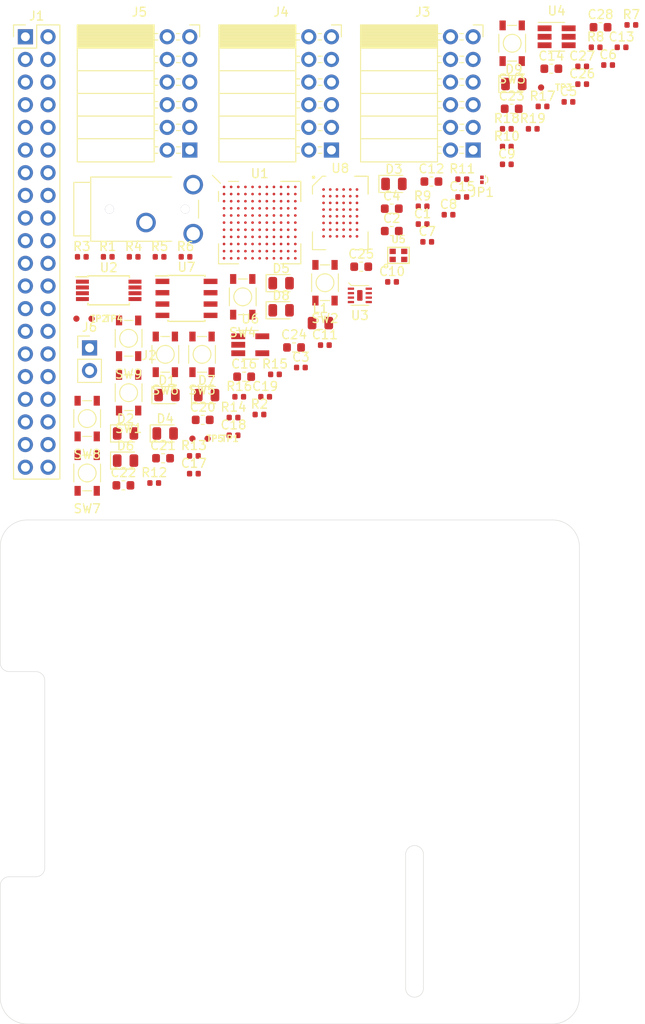
<source format=kicad_pcb>
(kicad_pcb (version 20171130) (host pcbnew 5.1.2+dfsg1-1)
  (layers (0 F.Cu signal) (1 In1.Cu power) (2 In2.Cu power) (31 B.Cu signal) (34 B.Paste user) (35 F.Paste user) (36 B.SilkS user) (37 F.SilkS user) (38 B.Mask user) (39 F.Mask user) (44 Edge.Cuts user))
  (net 0 "")
  (net 1 GND)
  (net 2 +1V2)
  (net 3 "Net-(C2-Pad2)")
  (net 4 "Net-(C2-Pad1)")
  (net 5 "Net-(C4-Pad2)")
  (net 6 "Net-(C4-Pad1)")
  (net 7 +3V3)
  (net 8 +5V)
  (net 9 "Net-(C13-Pad2)")
  (net 10 "Net-(C18-Pad1)")
  (net 11 "Net-(C19-Pad1)")
  (net 12 "Net-(C20-Pad1)")
  (net 13 "Net-(C21-Pad1)")
  (net 14 +3.3VDAC)
  (net 15 "Net-(D1-Pad1)")
  (net 16 /LED0)
  (net 17 /LED1)
  (net 18 "Net-(D2-Pad1)")
  (net 19 "Net-(D3-Pad1)")
  (net 20 /LED2)
  (net 21 /LED3)
  (net 22 "Net-(D4-Pad1)")
  (net 23 /LED4)
  (net 24 "Net-(D5-Pad1)")
  (net 25 "Net-(D6-Pad1)")
  (net 26 /LED5)
  (net 27 /LED6)
  (net 28 "Net-(D7-Pad1)")
  (net 29 "Net-(D8-Pad1)")
  (net 30 /LED7)
  (net 31 /GP13_FPGA_CDONE)
  (net 32 "Net-(J1-Pad3)")
  (net 33 "Net-(J1-Pad5)")
  (net 34 "Net-(J1-Pad7)")
  (net 35 /GP14_UART_TXD)
  (net 36 /GP15_UART_RXD)
  (net 37 "Net-(J1-Pad11)")
  (net 38 "Net-(J1-Pad12)")
  (net 39 /GP27_SDIO_DAT3)
  (net 40 /GP22_SDIO_CLK)
  (net 41 /GP23_SDIO_CMD)
  (net 42 /GP24_SDIO_DAT0)
  (net 43 /GP10_SPI_MOSI)
  (net 44 /GP9_SPI_MISO)
  (net 45 /GP25_SDIO_DAT1)
  (net 46 /GP11_SPI_SCK)
  (net 47 /GP8_SPI_~CS)
  (net 48 "Net-(J1-Pad26)")
  (net 49 /ID_SD)
  (net 50 /ID_SC)
  (net 51 "Net-(J1-Pad29)")
  (net 52 "Net-(J1-Pad31)")
  (net 53 /GP12_FPGA_~RST)
  (net 54 "Net-(J1-Pad35)")
  (net 55 "Net-(J1-Pad36)")
  (net 56 /GP26_SDIO_DAT2)
  (net 57 "Net-(J1-Pad38)")
  (net 58 "Net-(J1-Pad40)")
  (net 59 /IO0_0)
  (net 60 /IO0_1)
  (net 61 /IO0_2)
  (net 62 /IO0_3)
  (net 63 /IO0_4)
  (net 64 /IO0_5)
  (net 65 /IO0_6)
  (net 66 /IO0_7)
  (net 67 /IO1_7)
  (net 68 /IO1_6)
  (net 69 /IO1_5)
  (net 70 /IO1_4)
  (net 71 /IO1_3)
  (net 72 /IO1_2)
  (net 73 /IO1_1)
  (net 74 /IO1_0)
  (net 75 /IO2_0)
  (net 76 /IO2_1)
  (net 77 /IO2_2)
  (net 78 /IO2_3)
  (net 79 /IO2_4)
  (net 80 /IO2_5)
  (net 81 /IO2_6)
  (net 82 /IO2_7)
  (net 83 "Net-(JP1-Pad1)")
  (net 84 "Net-(L1-Pad1)")
  (net 85 "Net-(R6-Pad2)")
  (net 86 "Net-(R7-Pad2)")
  (net 87 /SW0)
  (net 88 /SW1)
  (net 89 /SW2)
  (net 90 /SW3)
  (net 91 /SW4)
  (net 92 /SW5)
  (net 93 /SW6)
  (net 94 /SW7)
  (net 95 /SRAM_DQ0)
  (net 96 /SRAM_DQ5)
  (net 97 /SRAM_DQ7)
  (net 98 /SRAM_DQ6)
  (net 99 /SRAM_DQ12)
  (net 100 /SRAM_A9)
  (net 101 /SRAM_A2)
  (net 102 /SRAM_A4)
  (net 103 /SRAM_A5)
  (net 104 /SRAM_A10)
  (net 105 /SRAM_DQ1)
  (net 106 /SRAM_DQ4)
  (net 107 /SRAM_DQ8)
  (net 108 /SRAM_DQ10)
  (net 109 /SRAM_DQ13)
  (net 110 /SRAM_DQ15)
  (net 111 /SRAM_A3)
  (net 112 /SRAM_A7)
  (net 113 /SRAM_A6)
  (net 114 /SRAM_A12)
  (net 115 /SRAM_DQ3)
  (net 116 /SRAM_DQ9)
  (net 117 /SRAM_DQ11)
  (net 118 /SRAM_A8)
  (net 119 /SRAM_A0)
  (net 120 /SRAM_A1)
  (net 121 /SRAM_A11)
  (net 122 /SRAM_A13)
  (net 123 /SRAM_A15)
  (net 124 /SRAM_DQ2)
  (net 125 /SRAM_DQ14)
  (net 126 /SRAM_A14)
  (net 127 /SRAM_A17)
  (net 128 /SRAM_A16)
  (net 129 /SRAM_~WE)
  (net 130 /SRAM_~OE)
  (net 131 /SRAM_~LB)
  (net 132 /SRAM_~UB)
  (net 133 /AUDIO_R_PWM)
  (net 134 "Net-(U1-PadB10)")
  (net 135 /CLK_OSC)
  (net 136 /AUDIO_L_PWM)
  (module fpga_hat:MOUNTHOLE_M2.5 (layer F.Cu) (at 161.5 83.5)
    (fp_text reference REF** hide)
    (fp_text value MOUNTHOLE_M2.5 hide)
    (pad "" np_thru_hole circle (at 0 0) (size 2.75 2.75) (drill 2.75) (layers *.Cu *.Mask) (thermal_gap 1.9))
  )
  (module fpga_hat:MOUNTHOLE_M2.5 (layer F.Cu) (at 161.5 133)
    (fp_text reference REF** hide)
    (fp_text value MOUNTHOLE_M2.5 hide)
    (pad "" np_thru_hole circle (at 0 0) (size 2.75 2.75) (drill 2.75) (layers *.Cu *.Mask) (thermal_gap 1.9))
  )
  (module fpga_hat:MOUNTHOLE_M2.5 (layer F.Cu) (at 103.5 133)
    (fp_text reference REF** hide)
    (fp_text value MOUNTHOLE_M2.5 hide)
    (pad "" np_thru_hole circle (at 0 0) (size 2.75 2.75) (drill 2.75) (layers *.Cu *.Mask) (thermal_gap 1.9))
  )
  (module fpga_hat:MOUNTHOLE_M2.5 (layer F.Cu) (at 103.5 83.5)
    (fp_text reference REF** hide)
    (fp_text value MOUNTHOLE_M2.5 hide)
    (pad "" np_thru_hole circle (at 0 0) (size 2.75 2.75) (drill 2.75) (layers *.Cu *.Mask) (thermal_gap 1.9))
  )
  (module Capacitor_SMD:C_0402_1005Metric (layer F.Cu) (at 147.405001 46.825001)
    (fp_text reference C1 (at 0 -1.17) (layer F.SilkS))
    (fp_text value 100n)
    (pad 2 smd roundrect (at 0.485 0) (size 0.59 0.64) (layers F.Cu F.Paste F.Mask) (net 1 GND))
    (pad 1 smd roundrect (at -0.485 0) (size 0.59 0.64) (layers F.Cu F.Paste F.Mask) (net 2 +1V2))
  )
  (module Capacitor_SMD:C_0603_1608Metric (layer F.Cu) (at 143.945001 47.605001)
    (fp_text reference C2 (at 0 -1.43) (layer F.SilkS))
    (fp_text value 4u7)
    (pad 2 smd roundrect (at 0.7875 0) (size 0.875 0.95) (layers F.Cu F.Paste F.Mask) (net 3 "Net-(C2-Pad2)"))
    (pad 1 smd roundrect (at -0.7875 0) (size 0.875 0.95) (layers F.Cu F.Paste F.Mask) (net 4 "Net-(C2-Pad1)"))
  )
  (module Capacitor_SMD:C_0402_1005Metric (layer F.Cu) (at 133.745001 62.905001)
    (fp_text reference C3 (at 0 -1.17) (layer F.SilkS))
    (fp_text value 100n)
    (pad 1 smd roundrect (at -0.485 0) (size 0.59 0.64) (layers F.Cu F.Paste F.Mask) (net 2 +1V2))
    (pad 2 smd roundrect (at 0.485 0) (size 0.59 0.64) (layers F.Cu F.Paste F.Mask) (net 1 GND))
  )
  (module Capacitor_SMD:C_0603_1608Metric (layer F.Cu) (at 143.945001 45.095001)
    (fp_text reference C4 (at 0 -1.43) (layer F.SilkS))
    (fp_text value 4u7)
    (pad 1 smd roundrect (at -0.7875 0) (size 0.875 0.95) (layers F.Cu F.Paste F.Mask) (net 6 "Net-(C4-Pad1)"))
    (pad 2 smd roundrect (at 0.7875 0) (size 0.875 0.95) (layers F.Cu F.Paste F.Mask) (net 5 "Net-(C4-Pad2)"))
  )
  (module Capacitor_SMD:C_0402_1005Metric (layer F.Cu) (at 163.775001 33.125001)
    (fp_text reference C5 (at 0 -1.17) (layer F.SilkS))
    (fp_text value 100n)
    (pad 1 smd roundrect (at -0.485 0) (size 0.59 0.64) (layers F.Cu F.Paste F.Mask) (net 2 +1V2))
    (pad 2 smd roundrect (at 0.485 0) (size 0.59 0.64) (layers F.Cu F.Paste F.Mask) (net 1 GND))
  )
  (module Capacitor_SMD:C_0402_1005Metric (layer F.Cu) (at 168.225001 28.995001)
    (fp_text reference C6 (at 0 -1.17) (layer F.SilkS))
    (fp_text value 100n)
    (pad 2 smd roundrect (at 0.485 0) (size 0.59 0.64) (layers F.Cu F.Paste F.Mask) (net 1 GND))
    (pad 1 smd roundrect (at -0.485 0) (size 0.59 0.64) (layers F.Cu F.Paste F.Mask) (net 2 +1V2))
  )
  (module Capacitor_SMD:C_0402_1005Metric (layer F.Cu) (at 147.925001 48.815001)
    (fp_text reference C7 (at 0 -1.17) (layer F.SilkS))
    (fp_text value 100n)
    (pad 2 smd roundrect (at 0.485 0) (size 0.59 0.64) (layers F.Cu F.Paste F.Mask) (net 1 GND))
    (pad 1 smd roundrect (at -0.485 0) (size 0.59 0.64) (layers F.Cu F.Paste F.Mask) (net 7 +3V3))
  )
  (module Capacitor_SMD:C_0402_1005Metric (layer F.Cu) (at 150.315001 45.775001)
    (fp_text reference C8 (at 0 -1.17) (layer F.SilkS))
    (fp_text value 100n)
    (pad 2 smd roundrect (at 0.485 0) (size 0.59 0.64) (layers F.Cu F.Paste F.Mask) (net 1 GND))
    (pad 1 smd roundrect (at -0.485 0) (size 0.59 0.64) (layers F.Cu F.Paste F.Mask) (net 7 +3V3))
  )
  (module Capacitor_SMD:C_0402_1005Metric (layer F.Cu) (at 156.855001 40.125001)
    (fp_text reference C9 (at 0 -1.17) (layer F.SilkS))
    (fp_text value 100n)
    (pad 2 smd roundrect (at 0.485 0) (size 0.59 0.64) (layers F.Cu F.Paste F.Mask) (net 1 GND))
    (pad 1 smd roundrect (at -0.485 0) (size 0.59 0.64) (layers F.Cu F.Paste F.Mask) (net 7 +3V3))
  )
  (module Capacitor_SMD:C_0402_1005Metric (layer F.Cu) (at 143.975001 53.305001)
    (fp_text reference C10 (at 0 -1.17) (layer F.SilkS))
    (fp_text value 100n)
    (pad 2 smd roundrect (at 0.485 0) (size 0.59 0.64) (layers F.Cu F.Paste F.Mask) (net 1 GND))
    (pad 1 smd roundrect (at -0.485 0) (size 0.59 0.64) (layers F.Cu F.Paste F.Mask) (net 7 +3V3))
  )
  (module Capacitor_SMD:C_0402_1005Metric (layer F.Cu) (at 136.435001 60.395001)
    (fp_text reference C11 (at 0 -1.17) (layer F.SilkS))
    (fp_text value 100n)
    (pad 1 smd roundrect (at -0.485 0) (size 0.59 0.64) (layers F.Cu F.Paste F.Mask) (net 7 +3V3))
    (pad 2 smd roundrect (at 0.485 0) (size 0.59 0.64) (layers F.Cu F.Paste F.Mask) (net 1 GND))
  )
  (module Capacitor_SMD:C_0603_1608Metric (layer F.Cu) (at 148.395001 42.055001)
    (fp_text reference C12 (at 0 -1.43) (layer F.SilkS))
    (fp_text value 4u7)
    (pad 2 smd roundrect (at 0.7875 0) (size 0.875 0.95) (layers F.Cu F.Paste F.Mask) (net 1 GND))
    (pad 1 smd roundrect (at -0.7875 0) (size 0.875 0.95) (layers F.Cu F.Paste F.Mask) (net 8 +5V))
  )
  (module Capacitor_SMD:C_0402_1005Metric (layer F.Cu) (at 169.735001 27.005001)
    (fp_text reference C13 (at 0 -1.17) (layer F.SilkS))
    (fp_text value 560p)
    (pad 1 smd roundrect (at -0.485 0) (size 0.59 0.64) (layers F.Cu F.Paste F.Mask) (net 2 +1V2))
    (pad 2 smd roundrect (at 0.485 0) (size 0.59 0.64) (layers F.Cu F.Paste F.Mask) (net 9 "Net-(C13-Pad2)"))
  )
  (module Capacitor_SMD:C_0603_1608Metric (layer F.Cu) (at 161.855001 29.405001)
    (fp_text reference C14 (at 0 -1.43) (layer F.SilkS))
    (fp_text value 4u7)
    (pad 2 smd roundrect (at 0.7875 0) (size 0.875 0.95) (layers F.Cu F.Paste F.Mask) (net 1 GND))
    (pad 1 smd roundrect (at -0.7875 0) (size 0.875 0.95) (layers F.Cu F.Paste F.Mask) (net 2 +1V2))
  )
  (module Capacitor_SMD:C_0402_1005Metric (layer F.Cu) (at 151.855001 43.785001)
    (fp_text reference C15 (at 0 -1.17) (layer F.SilkS))
    (fp_text value 100n)
    (pad 2 smd roundrect (at 0.485 0) (size 0.59 0.64) (layers F.Cu F.Paste F.Mask) (net 1 GND))
    (pad 1 smd roundrect (at -0.485 0) (size 0.59 0.64) (layers F.Cu F.Paste F.Mask) (net 7 +3V3))
  )
  (module Capacitor_SMD:C_0603_1608Metric (layer F.Cu) (at 127.375001 63.935001)
    (fp_text reference C16 (at 0 -1.43) (layer F.SilkS))
    (fp_text value 1u)
    (pad 1 smd roundrect (at -0.7875 0) (size 0.875 0.95) (layers F.Cu F.Paste F.Mask) (net 8 +5V))
    (pad 2 smd roundrect (at 0.7875 0) (size 0.875 0.95) (layers F.Cu F.Paste F.Mask) (net 1 GND))
  )
  (module Capacitor_SMD:C_0402_1005Metric (layer F.Cu) (at 121.735001 74.805001)
    (fp_text reference C17 (at 0 -1.17) (layer F.SilkS))
    (fp_text value 100n)
    (pad 1 smd roundrect (at -0.485 0) (size 0.59 0.64) (layers F.Cu F.Paste F.Mask) (net 7 +3V3))
    (pad 2 smd roundrect (at 0.485 0) (size 0.59 0.64) (layers F.Cu F.Paste F.Mask) (net 1 GND))
  )
  (module Capacitor_SMD:C_0402_1005Metric (layer F.Cu) (at 126.185001 70.505001)
    (fp_text reference C18 (at 0 -1.17) (layer F.SilkS))
    (fp_text value 100n)
    (pad 1 smd roundrect (at -0.485 0) (size 0.59 0.64) (layers F.Cu F.Paste F.Mask) (net 10 "Net-(C18-Pad1)"))
    (pad 2 smd roundrect (at 0.485 0) (size 0.59 0.64) (layers F.Cu F.Paste F.Mask) (net 1 GND))
  )
  (module Capacitor_SMD:C_0402_1005Metric (layer F.Cu) (at 129.735001 66.185001)
    (fp_text reference C19 (at 0 -1.17) (layer F.SilkS))
    (fp_text value 100n)
    (pad 1 smd roundrect (at -0.485 0) (size 0.59 0.64) (layers F.Cu F.Paste F.Mask) (net 11 "Net-(C19-Pad1)"))
    (pad 2 smd roundrect (at 0.485 0) (size 0.59 0.64) (layers F.Cu F.Paste F.Mask) (net 1 GND))
  )
  (module Capacitor_SMD:C_0603_1608Metric (layer F.Cu) (at 122.725001 68.775001)
    (fp_text reference C20 (at 0 -1.43) (layer F.SilkS))
    (fp_text value 4u7)
    (pad 1 smd roundrect (at -0.7875 0) (size 0.875 0.95) (layers F.Cu F.Paste F.Mask) (net 12 "Net-(C20-Pad1)"))
    (pad 2 smd roundrect (at 0.7875 0) (size 0.875 0.95) (layers F.Cu F.Paste F.Mask) (net 10 "Net-(C18-Pad1)"))
  )
  (module Capacitor_SMD:C_0603_1608Metric (layer F.Cu) (at 118.275001 73.075001)
    (fp_text reference C21 (at 0 -1.43) (layer F.SilkS))
    (fp_text value 4u7)
    (pad 1 smd roundrect (at -0.7875 0) (size 0.875 0.95) (layers F.Cu F.Paste F.Mask) (net 13 "Net-(C21-Pad1)"))
    (pad 2 smd roundrect (at 0.7875 0) (size 0.875 0.95) (layers F.Cu F.Paste F.Mask) (net 11 "Net-(C19-Pad1)"))
  )
  (module Capacitor_SMD:C_0603_1608Metric (layer F.Cu) (at 113.825001 76.115001)
    (fp_text reference C22 (at 0 -1.43) (layer F.SilkS))
    (fp_text value 1u)
    (pad 2 smd roundrect (at 0.7875 0) (size 0.875 0.95) (layers F.Cu F.Paste F.Mask) (net 1 GND))
    (pad 1 smd roundrect (at -0.7875 0) (size 0.875 0.95) (layers F.Cu F.Paste F.Mask) (net 14 +3.3VDAC))
  )
  (module Capacitor_SMD:C_0603_1608Metric (layer F.Cu) (at 157.405001 33.895001)
    (fp_text reference C23 (at 0 -1.43) (layer F.SilkS))
    (fp_text value 1u)
    (pad 2 smd roundrect (at 0.7875 0) (size 0.875 0.95) (layers F.Cu F.Paste F.Mask) (net 1 GND))
    (pad 1 smd roundrect (at -0.7875 0) (size 0.875 0.95) (layers F.Cu F.Paste F.Mask) (net 7 +3V3))
  )
  (module Capacitor_SMD:C_0603_1608Metric (layer F.Cu) (at 132.975001 60.655001)
    (fp_text reference C24 (at 0 -1.43) (layer F.SilkS))
    (fp_text value 1u)
    (pad 1 smd roundrect (at -0.7875 0) (size 0.875 0.95) (layers F.Cu F.Paste F.Mask) (net 7 +3V3))
    (pad 2 smd roundrect (at 0.7875 0) (size 0.875 0.95) (layers F.Cu F.Paste F.Mask) (net 1 GND))
  )
  (module Capacitor_SMD:C_0603_1608Metric (layer F.Cu) (at 140.515001 51.605001)
    (fp_text reference C25 (at 0 -1.43) (layer F.SilkS))
    (fp_text value 1u)
    (pad 2 smd roundrect (at 0.7875 0) (size 0.875 0.95) (layers F.Cu F.Paste F.Mask) (net 1 GND))
    (pad 1 smd roundrect (at -0.7875 0) (size 0.875 0.95) (layers F.Cu F.Paste F.Mask) (net 7 +3V3))
  )
  (module Capacitor_SMD:C_0402_1005Metric (layer F.Cu) (at 165.315001 31.135001)
    (fp_text reference C26 (at 0 -1.17) (layer F.SilkS))
    (fp_text value 100n)
    (pad 1 smd roundrect (at -0.485 0) (size 0.59 0.64) (layers F.Cu F.Paste F.Mask) (net 7 +3V3))
    (pad 2 smd roundrect (at 0.485 0) (size 0.59 0.64) (layers F.Cu F.Paste F.Mask) (net 1 GND))
  )
  (module Capacitor_SMD:C_0402_1005Metric (layer F.Cu) (at 165.315001 29.145001)
    (fp_text reference C27 (at 0 -1.17) (layer F.SilkS))
    (fp_text value 100n)
    (pad 2 smd roundrect (at 0.485 0) (size 0.59 0.64) (layers F.Cu F.Paste F.Mask) (net 1 GND))
    (pad 1 smd roundrect (at -0.485 0) (size 0.59 0.64) (layers F.Cu F.Paste F.Mask) (net 7 +3V3))
  )
  (module Capacitor_SMD:C_0603_1608Metric (layer F.Cu) (at 167.375001 24.755001)
    (fp_text reference C28 (at 0 -1.43) (layer F.SilkS))
    (fp_text value 1u)
    (pad 1 smd roundrect (at -0.7875 0) (size 0.875 0.95) (layers F.Cu F.Paste F.Mask) (net 8 +5V))
    (pad 2 smd roundrect (at 0.7875 0) (size 0.875 0.95) (layers F.Cu F.Paste F.Mask) (net 1 GND))
  )
  (module LED_SMD:LED_0805_2012Metric (layer F.Cu) (at 118.715001 66.000001)
    (fp_text reference D1 (at 0 -1.65) (layer F.SilkS))
    (fp_text value LED)
    (pad 1 smd roundrect (at -0.9375 0) (size 0.975 1.4) (layers F.Cu F.Paste F.Mask) (net 15 "Net-(D1-Pad1)"))
    (pad 2 smd roundrect (at 0.9375 0) (size 0.975 1.4) (layers F.Cu F.Paste F.Mask) (net 16 /LED0))
  )
  (module LED_SMD:LED_0805_2012Metric (layer F.Cu) (at 114.065001 70.300001)
    (fp_text reference D2 (at 0 -1.65) (layer F.SilkS))
    (fp_text value LED)
    (pad 1 smd roundrect (at -0.9375 0) (size 0.975 1.4) (layers F.Cu F.Paste F.Mask) (net 18 "Net-(D2-Pad1)"))
    (pad 2 smd roundrect (at 0.9375 0) (size 0.975 1.4) (layers F.Cu F.Paste F.Mask) (net 17 /LED1))
  )
  (module LED_SMD:LED_0805_2012Metric (layer F.Cu) (at 144.185001 42.320001)
    (fp_text reference D3 (at 0 -1.65) (layer F.SilkS))
    (fp_text value LED)
    (pad 2 smd roundrect (at 0.9375 0) (size 0.975 1.4) (layers F.Cu F.Paste F.Mask) (net 20 /LED2))
    (pad 1 smd roundrect (at -0.9375 0) (size 0.975 1.4) (layers F.Cu F.Paste F.Mask) (net 19 "Net-(D3-Pad1)"))
  )
  (module LED_SMD:LED_0805_2012Metric (layer F.Cu) (at 118.515001 70.300001)
    (fp_text reference D4 (at 0 -1.65) (layer F.SilkS))
    (fp_text value LED)
    (pad 1 smd roundrect (at -0.9375 0) (size 0.975 1.4) (layers F.Cu F.Paste F.Mask) (net 22 "Net-(D4-Pad1)"))
    (pad 2 smd roundrect (at 0.9375 0) (size 0.975 1.4) (layers F.Cu F.Paste F.Mask) (net 21 /LED3))
  )
  (module LED_SMD:LED_0805_2012Metric (layer F.Cu) (at 131.525001 53.450001)
    (fp_text reference D5 (at 0 -1.65) (layer F.SilkS))
    (fp_text value LED)
    (pad 2 smd roundrect (at 0.9375 0) (size 0.975 1.4) (layers F.Cu F.Paste F.Mask) (net 23 /LED4))
    (pad 1 smd roundrect (at -0.9375 0) (size 0.975 1.4) (layers F.Cu F.Paste F.Mask) (net 24 "Net-(D5-Pad1)"))
  )
  (module LED_SMD:LED_0805_2012Metric (layer F.Cu) (at 114.065001 73.340001)
    (fp_text reference D6 (at 0 -1.65) (layer F.SilkS))
    (fp_text value LED)
    (pad 1 smd roundrect (at -0.9375 0) (size 0.975 1.4) (layers F.Cu F.Paste F.Mask) (net 25 "Net-(D6-Pad1)"))
    (pad 2 smd roundrect (at 0.9375 0) (size 0.975 1.4) (layers F.Cu F.Paste F.Mask) (net 26 /LED5))
  )
  (module LED_SMD:LED_0805_2012Metric (layer F.Cu) (at 123.165001 66.000001)
    (fp_text reference D7 (at 0 -1.65) (layer F.SilkS))
    (fp_text value LED)
    (pad 2 smd roundrect (at 0.9375 0) (size 0.975 1.4) (layers F.Cu F.Paste F.Mask) (net 27 /LED6))
    (pad 1 smd roundrect (at -0.9375 0) (size 0.975 1.4) (layers F.Cu F.Paste F.Mask) (net 28 "Net-(D7-Pad1)"))
  )
  (module LED_SMD:LED_0805_2012Metric (layer F.Cu) (at 131.525001 56.490001)
    (fp_text reference D8 (at 0 -1.65) (layer F.SilkS))
    (fp_text value LED)
    (pad 1 smd roundrect (at -0.9375 0) (size 0.975 1.4) (layers F.Cu F.Paste F.Mask) (net 29 "Net-(D8-Pad1)"))
    (pad 2 smd roundrect (at 0.9375 0) (size 0.975 1.4) (layers F.Cu F.Paste F.Mask) (net 30 /LED7))
  )
  (module LED_SMD:LED_0805_2012Metric (layer F.Cu) (at 157.645001 31.120001)
    (fp_text reference D9 (at 0 -1.65) (layer F.SilkS))
    (fp_text value LED)
    (pad 2 smd roundrect (at 0.9375 0) (size 0.975 1.4) (layers F.Cu F.Paste F.Mask) (net 31 /GP13_FPGA_CDONE))
    (pad 1 smd roundrect (at -0.9375 0) (size 0.975 1.4) (layers F.Cu F.Paste F.Mask) (net 1 GND))
  )
  (module Connector_PinHeader_2.54mm:PinHeader_2x20_P2.54mm_Vertical (layer F.Cu) (at 102.825001 25.825001)
    (fp_text reference J1 (at 1.27 -2.33) (layer F.SilkS))
    (fp_text value 2x20)
    (pad 1 thru_hole rect (at 0 0) (size 1.7 1.7) (drill 1) (layers *.Cu *.Mask) (net 7 +3V3))
    (pad 2 thru_hole oval (at 2.54 0) (size 1.7 1.7) (drill 1) (layers *.Cu *.Mask) (net 8 +5V))
    (pad 3 thru_hole oval (at 0 2.54) (size 1.7 1.7) (drill 1) (layers *.Cu *.Mask) (net 32 "Net-(J1-Pad3)"))
    (pad 4 thru_hole oval (at 2.54 2.54) (size 1.7 1.7) (drill 1) (layers *.Cu *.Mask) (net 8 +5V))
    (pad 5 thru_hole oval (at 0 5.08) (size 1.7 1.7) (drill 1) (layers *.Cu *.Mask) (net 33 "Net-(J1-Pad5)"))
    (pad 6 thru_hole oval (at 2.54 5.08) (size 1.7 1.7) (drill 1) (layers *.Cu *.Mask) (net 1 GND))
    (pad 7 thru_hole oval (at 0 7.62) (size 1.7 1.7) (drill 1) (layers *.Cu *.Mask) (net 34 "Net-(J1-Pad7)"))
    (pad 8 thru_hole oval (at 2.54 7.62) (size 1.7 1.7) (drill 1) (layers *.Cu *.Mask) (net 35 /GP14_UART_TXD))
    (pad 9 thru_hole oval (at 0 10.16) (size 1.7 1.7) (drill 1) (layers *.Cu *.Mask) (net 1 GND))
    (pad 10 thru_hole oval (at 2.54 10.16) (size 1.7 1.7) (drill 1) (layers *.Cu *.Mask) (net 36 /GP15_UART_RXD))
    (pad 11 thru_hole oval (at 0 12.7) (size 1.7 1.7) (drill 1) (layers *.Cu *.Mask) (net 37 "Net-(J1-Pad11)"))
    (pad 12 thru_hole oval (at 2.54 12.7) (size 1.7 1.7) (drill 1) (layers *.Cu *.Mask) (net 38 "Net-(J1-Pad12)"))
    (pad 13 thru_hole oval (at 0 15.24) (size 1.7 1.7) (drill 1) (layers *.Cu *.Mask) (net 39 /GP27_SDIO_DAT3))
    (pad 14 thru_hole oval (at 2.54 15.24) (size 1.7 1.7) (drill 1) (layers *.Cu *.Mask) (net 1 GND))
    (pad 15 thru_hole oval (at 0 17.78) (size 1.7 1.7) (drill 1) (layers *.Cu *.Mask) (net 40 /GP22_SDIO_CLK))
    (pad 16 thru_hole oval (at 2.54 17.78) (size 1.7 1.7) (drill 1) (layers *.Cu *.Mask) (net 41 /GP23_SDIO_CMD))
    (pad 17 thru_hole oval (at 0 20.32) (size 1.7 1.7) (drill 1) (layers *.Cu *.Mask) (net 7 +3V3))
    (pad 18 thru_hole oval (at 2.54 20.32) (size 1.7 1.7) (drill 1) (layers *.Cu *.Mask) (net 42 /GP24_SDIO_DAT0))
    (pad 19 thru_hole oval (at 0 22.86) (size 1.7 1.7) (drill 1) (layers *.Cu *.Mask) (net 43 /GP10_SPI_MOSI))
    (pad 20 thru_hole oval (at 2.54 22.86) (size 1.7 1.7) (drill 1) (layers *.Cu *.Mask) (net 1 GND))
    (pad 21 thru_hole oval (at 0 25.4) (size 1.7 1.7) (drill 1) (layers *.Cu *.Mask) (net 44 /GP9_SPI_MISO))
    (pad 22 thru_hole oval (at 2.54 25.4) (size 1.7 1.7) (drill 1) (layers *.Cu *.Mask) (net 45 /GP25_SDIO_DAT1))
    (pad 23 thru_hole oval (at 0 27.94) (size 1.7 1.7) (drill 1) (layers *.Cu *.Mask) (net 46 /GP11_SPI_SCK))
    (pad 24 thru_hole oval (at 2.54 27.94) (size 1.7 1.7) (drill 1) (layers *.Cu *.Mask) (net 47 /GP8_SPI_~CS))
    (pad 25 thru_hole oval (at 0 30.48) (size 1.7 1.7) (drill 1) (layers *.Cu *.Mask) (net 1 GND))
    (pad 26 thru_hole oval (at 2.54 30.48) (size 1.7 1.7) (drill 1) (layers *.Cu *.Mask) (net 48 "Net-(J1-Pad26)"))
    (pad 27 thru_hole oval (at 0 33.02) (size 1.7 1.7) (drill 1) (layers *.Cu *.Mask) (net 49 /ID_SD))
    (pad 28 thru_hole oval (at 2.54 33.02) (size 1.7 1.7) (drill 1) (layers *.Cu *.Mask) (net 50 /ID_SC))
    (pad 29 thru_hole oval (at 0 35.56) (size 1.7 1.7) (drill 1) (layers *.Cu *.Mask) (net 51 "Net-(J1-Pad29)"))
    (pad 30 thru_hole oval (at 2.54 35.56) (size 1.7 1.7) (drill 1) (layers *.Cu *.Mask) (net 1 GND))
    (pad 31 thru_hole oval (at 0 38.1) (size 1.7 1.7) (drill 1) (layers *.Cu *.Mask) (net 52 "Net-(J1-Pad31)"))
    (pad 32 thru_hole oval (at 2.54 38.1) (size 1.7 1.7) (drill 1) (layers *.Cu *.Mask) (net 53 /GP12_FPGA_~RST))
    (pad 33 thru_hole oval (at 0 40.64) (size 1.7 1.7) (drill 1) (layers *.Cu *.Mask) (net 31 /GP13_FPGA_CDONE))
    (pad 34 thru_hole oval (at 2.54 40.64) (size 1.7 1.7) (drill 1) (layers *.Cu *.Mask) (net 1 GND))
    (pad 35 thru_hole oval (at 0 43.18) (size 1.7 1.7) (drill 1) (layers *.Cu *.Mask) (net 54 "Net-(J1-Pad35)"))
    (pad 36 thru_hole oval (at 2.54 43.18) (size 1.7 1.7) (drill 1) (layers *.Cu *.Mask) (net 55 "Net-(J1-Pad36)"))
    (pad 37 thru_hole oval (at 0 45.72) (size 1.7 1.7) (drill 1) (layers *.Cu *.Mask) (net 56 /GP26_SDIO_DAT2))
    (pad 38 thru_hole oval (at 2.54 45.72) (size 1.7 1.7) (drill 1) (layers *.Cu *.Mask) (net 57 "Net-(J1-Pad38)"))
    (pad 39 thru_hole oval (at 0 48.26) (size 1.7 1.7) (drill 1) (layers *.Cu *.Mask) (net 1 GND))
    (pad 40 thru_hole oval (at 2.54 48.26) (size 1.7 1.7) (drill 1) (layers *.Cu *.Mask) (net 58 "Net-(J1-Pad40)"))
  )
  (module fpga_hat:STX-3000_TRS_3.5mm (layer F.Cu) (at 116.360001 45.15)
    (fp_text reference J2 (at 0.35 16.4) (layer F.SilkS))
    (fp_text value AudioJack3)
    (pad ~ thru_hole circle (at -4.1 0) (size 1 1) (drill 1) (layers *.Cu *.Mask))
    (pad ~ thru_hole circle (at 4.4 0) (size 1 1) (drill 1) (layers *.Cu *.Mask))
    (pad S thru_hole circle (at 0 1.5) (size 2.2 2.2) (drill 1.5) (layers *.Cu *.Mask) (net 1 GND))
    (pad R thru_hole circle (at 5.3 -2.75) (size 2.2 2.2) (drill 1.5) (layers *.Cu *.Mask) (net 13 "Net-(C21-Pad1)"))
    (pad T thru_hole circle (at 5.3 2.75) (size 2.2 2.2) (drill 1.5) (layers *.Cu *.Mask) (net 12 "Net-(C20-Pad1)"))
  )
  (module fpga_hat:PinSocket_2x06_P2.54mm_Horizontal (layer F.Cu) (at 153.075001 38.525001)
    (fp_text reference J3 (at -5.65 -15.47) (layer F.SilkS))
    (fp_text value Conn_02x06_Top_Bottom)
    (pad 6 thru_hole circle (at 0 -12.7) (size 1.7 1.7) (drill 1) (layers *.Cu *.Mask) (net 7 +3V3))
    (pad 12 thru_hole oval (at -2.54 -12.7) (size 1.7 1.7) (drill 1) (layers *.Cu *.Mask) (net 7 +3V3))
    (pad 5 thru_hole oval (at 0 -10.16) (size 1.7 1.7) (drill 1) (layers *.Cu *.Mask) (net 1 GND))
    (pad 11 thru_hole oval (at -2.54 -10.16) (size 1.7 1.7) (drill 1) (layers *.Cu *.Mask) (net 1 GND))
    (pad 4 thru_hole oval (at 0 -7.62) (size 1.7 1.7) (drill 1) (layers *.Cu *.Mask) (net 62 /IO0_3))
    (pad 10 thru_hole oval (at -2.54 -7.62) (size 1.7 1.7) (drill 1) (layers *.Cu *.Mask) (net 66 /IO0_7))
    (pad 3 thru_hole oval (at 0 -5.08) (size 1.7 1.7) (drill 1) (layers *.Cu *.Mask) (net 61 /IO0_2))
    (pad 9 thru_hole oval (at -2.54 -5.08) (size 1.7 1.7) (drill 1) (layers *.Cu *.Mask) (net 65 /IO0_6))
    (pad 2 thru_hole oval (at 0 -2.54) (size 1.7 1.7) (drill 1) (layers *.Cu *.Mask) (net 60 /IO0_1))
    (pad 8 thru_hole oval (at -2.54 -2.54) (size 1.7 1.7) (drill 1) (layers *.Cu *.Mask) (net 64 /IO0_5))
    (pad 1 thru_hole rect (at 0 0) (size 1.7 1.7) (drill 1) (layers *.Cu *.Mask) (net 59 /IO0_0))
    (pad 7 thru_hole oval (at -2.54 0) (size 1.7 1.7) (drill 1) (layers *.Cu *.Mask) (net 63 /IO0_4))
  )
  (module fpga_hat:PinSocket_2x06_P2.54mm_Horizontal (layer F.Cu) (at 137.175001 38.525001)
    (fp_text reference J4 (at -5.65 -15.47) (layer F.SilkS))
    (fp_text value Conn_02x06_Top_Bottom)
    (pad 7 thru_hole oval (at -2.54 0) (size 1.7 1.7) (drill 1) (layers *.Cu *.Mask) (net 70 /IO1_4))
    (pad 1 thru_hole rect (at 0 0) (size 1.7 1.7) (drill 1) (layers *.Cu *.Mask) (net 74 /IO1_0))
    (pad 8 thru_hole oval (at -2.54 -2.54) (size 1.7 1.7) (drill 1) (layers *.Cu *.Mask) (net 69 /IO1_5))
    (pad 2 thru_hole oval (at 0 -2.54) (size 1.7 1.7) (drill 1) (layers *.Cu *.Mask) (net 73 /IO1_1))
    (pad 9 thru_hole oval (at -2.54 -5.08) (size 1.7 1.7) (drill 1) (layers *.Cu *.Mask) (net 68 /IO1_6))
    (pad 3 thru_hole oval (at 0 -5.08) (size 1.7 1.7) (drill 1) (layers *.Cu *.Mask) (net 72 /IO1_2))
    (pad 10 thru_hole oval (at -2.54 -7.62) (size 1.7 1.7) (drill 1) (layers *.Cu *.Mask) (net 67 /IO1_7))
    (pad 4 thru_hole oval (at 0 -7.62) (size 1.7 1.7) (drill 1) (layers *.Cu *.Mask) (net 71 /IO1_3))
    (pad 11 thru_hole oval (at -2.54 -10.16) (size 1.7 1.7) (drill 1) (layers *.Cu *.Mask) (net 1 GND))
    (pad 5 thru_hole oval (at 0 -10.16) (size 1.7 1.7) (drill 1) (layers *.Cu *.Mask) (net 1 GND))
    (pad 12 thru_hole oval (at -2.54 -12.7) (size 1.7 1.7) (drill 1) (layers *.Cu *.Mask) (net 7 +3V3))
    (pad 6 thru_hole circle (at 0 -12.7) (size 1.7 1.7) (drill 1) (layers *.Cu *.Mask) (net 7 +3V3))
  )
  (module fpga_hat:PinSocket_2x06_P2.54mm_Horizontal (layer F.Cu) (at 121.275001 38.525001)
    (fp_text reference J5 (at -5.65 -15.47) (layer F.SilkS))
    (fp_text value Conn_02x06_Top_Bottom)
    (pad 6 thru_hole circle (at 0 -12.7) (size 1.7 1.7) (drill 1) (layers *.Cu *.Mask) (net 7 +3V3))
    (pad 12 thru_hole oval (at -2.54 -12.7) (size 1.7 1.7) (drill 1) (layers *.Cu *.Mask) (net 7 +3V3))
    (pad 5 thru_hole oval (at 0 -10.16) (size 1.7 1.7) (drill 1) (layers *.Cu *.Mask) (net 1 GND))
    (pad 11 thru_hole oval (at -2.54 -10.16) (size 1.7 1.7) (drill 1) (layers *.Cu *.Mask) (net 1 GND))
    (pad 4 thru_hole oval (at 0 -7.62) (size 1.7 1.7) (drill 1) (layers *.Cu *.Mask) (net 78 /IO2_3))
    (pad 10 thru_hole oval (at -2.54 -7.62) (size 1.7 1.7) (drill 1) (layers *.Cu *.Mask) (net 82 /IO2_7))
    (pad 3 thru_hole oval (at 0 -5.08) (size 1.7 1.7) (drill 1) (layers *.Cu *.Mask) (net 77 /IO2_2))
    (pad 9 thru_hole oval (at -2.54 -5.08) (size 1.7 1.7) (drill 1) (layers *.Cu *.Mask) (net 81 /IO2_6))
    (pad 2 thru_hole oval (at 0 -2.54) (size 1.7 1.7) (drill 1) (layers *.Cu *.Mask) (net 76 /IO2_1))
    (pad 8 thru_hole oval (at -2.54 -2.54) (size 1.7 1.7) (drill 1) (layers *.Cu *.Mask) (net 80 /IO2_5))
    (pad 1 thru_hole rect (at 0 0) (size 1.7 1.7) (drill 1) (layers *.Cu *.Mask) (net 75 /IO2_0))
    (pad 7 thru_hole oval (at -2.54 0) (size 1.7 1.7) (drill 1) (layers *.Cu *.Mask) (net 79 /IO2_4))
  )
  (module Connector_PinHeader_2.54mm:PinHeader_1x02_P2.54mm_Vertical (layer F.Cu) (at 110.025001 60.705001)
    (fp_text reference J6 (at 0 -2.33) (layer F.SilkS))
    (fp_text value Conn_01x02)
    (pad 1 thru_hole rect (at 0 0) (size 1.7 1.7) (drill 1) (layers *.Cu *.Mask) (net 8 +5V))
    (pad 2 thru_hole oval (at 0 2.54) (size 1.7 1.7) (drill 1) (layers *.Cu *.Mask) (net 1 GND))
  )
  (module fpga_hat:SOLDER_JUMP (layer F.Cu) (at 154.06 41.860001)
    (fp_text reference JP1 (at 0 1.4) (layer F.SilkS))
    (fp_text value "Solder jumper")
    (pad 1 smd rect (at 0 -0.275) (size 0.4 0.4) (layers F.Cu F.Paste F.Mask) (net 83 "Net-(JP1-Pad1)"))
    (pad 2 smd rect (at 0 0.275) (size 0.4 0.4) (layers F.Cu F.Paste F.Mask) (net 1 GND))
  )
  (module Inductor_SMD:L_0805_2012Metric (layer F.Cu) (at 135.935001 57.925001)
    (fp_text reference L1 (at 0 -1.65) (layer F.SilkS))
    (fp_text value 1u)
    (pad 1 smd roundrect (at -0.9375 0) (size 0.975 1.4) (layers F.Cu F.Paste F.Mask) (net 84 "Net-(L1-Pad1)"))
    (pad 2 smd roundrect (at 0.9375 0) (size 0.975 1.4) (layers F.Cu F.Paste F.Mask) (net 2 +1V2))
  )
  (module Resistor_SMD:R_0402_1005Metric (layer F.Cu) (at 112.065001 50.495001)
    (fp_text reference R1 (at 0 -1.17) (layer F.SilkS))
    (fp_text value 100)
    (pad 1 smd roundrect (at -0.485 0) (size 0.59 0.64) (layers F.Cu F.Paste F.Mask) (net 6 "Net-(C4-Pad1)"))
    (pad 2 smd roundrect (at 0.485 0) (size 0.59 0.64) (layers F.Cu F.Paste F.Mask) (net 2 +1V2))
  )
  (module Resistor_SMD:R_0402_1005Metric (layer F.Cu) (at 129.095001 68.175001)
    (fp_text reference R2 (at 0 -1.17) (layer F.SilkS))
    (fp_text value 100)
    (pad 2 smd roundrect (at 0.485 0) (size 0.59 0.64) (layers F.Cu F.Paste F.Mask) (net 2 +1V2))
    (pad 1 smd roundrect (at -0.485 0) (size 0.59 0.64) (layers F.Cu F.Paste F.Mask) (net 4 "Net-(C2-Pad1)"))
  )
  (module Resistor_SMD:R_0402_1005Metric (layer F.Cu) (at 109.155001 50.495001)
    (fp_text reference R3 (at 0 -1.17) (layer F.SilkS))
    (fp_text value 470)
    (pad 1 smd roundrect (at -0.485 0) (size 0.59 0.64) (layers F.Cu F.Paste F.Mask) (net 7 +3V3))
    (pad 2 smd roundrect (at 0.485 0) (size 0.59 0.64) (layers F.Cu F.Paste F.Mask) (net 83 "Net-(JP1-Pad1)"))
  )
  (module Resistor_SMD:R_0402_1005Metric (layer F.Cu) (at 114.975001 50.495001)
    (fp_text reference R4 (at 0 -1.17) (layer F.SilkS))
    (fp_text value 4k7)
    (pad 1 smd roundrect (at -0.485 0) (size 0.59 0.64) (layers F.Cu F.Paste F.Mask) (net 7 +3V3))
    (pad 2 smd roundrect (at 0.485 0) (size 0.59 0.64) (layers F.Cu F.Paste F.Mask) (net 50 /ID_SC))
  )
  (module Resistor_SMD:R_0402_1005Metric (layer F.Cu) (at 117.885001 50.495001)
    (fp_text reference R5 (at 0 -1.17) (layer F.SilkS))
    (fp_text value 4k7)
    (pad 2 smd roundrect (at 0.485 0) (size 0.59 0.64) (layers F.Cu F.Paste F.Mask) (net 50 /ID_SC))
    (pad 1 smd roundrect (at -0.485 0) (size 0.59 0.64) (layers F.Cu F.Paste F.Mask) (net 7 +3V3))
  )
  (module Resistor_SMD:R_0402_1005Metric (layer F.Cu) (at 120.795001 50.495001)
    (fp_text reference R6 (at 0 -1.17) (layer F.SilkS))
    (fp_text value 220)
    (pad 2 smd roundrect (at 0.485 0) (size 0.59 0.64) (layers F.Cu F.Paste F.Mask) (net 85 "Net-(R6-Pad2)"))
    (pad 1 smd roundrect (at -0.485 0) (size 0.59 0.64) (layers F.Cu F.Paste F.Mask) (net 10 "Net-(C18-Pad1)"))
  )
  (module Resistor_SMD:R_0402_1005Metric (layer F.Cu) (at 170.835001 24.495001)
    (fp_text reference R7 (at 0 -1.17) (layer F.SilkS))
    (fp_text value 220)
    (pad 2 smd roundrect (at 0.485 0) (size 0.59 0.64) (layers F.Cu F.Paste F.Mask) (net 86 "Net-(R7-Pad2)"))
    (pad 1 smd roundrect (at -0.485 0) (size 0.59 0.64) (layers F.Cu F.Paste F.Mask) (net 11 "Net-(C19-Pad1)"))
  )
  (module Resistor_SMD:R_0402_1005Metric (layer F.Cu) (at 166.825001 27.005001)
    (fp_text reference R8 (at 0 -1.17) (layer F.SilkS))
    (fp_text value 100)
    (pad 1 smd roundrect (at -0.485 0) (size 0.59 0.64) (layers F.Cu F.Paste F.Mask) (net 10 "Net-(C18-Pad1)"))
    (pad 2 smd roundrect (at 0.485 0) (size 0.59 0.64) (layers F.Cu F.Paste F.Mask) (net 1 GND))
  )
  (module Resistor_SMD:R_0402_1005Metric (layer F.Cu) (at 147.405001 44.835001)
    (fp_text reference R9 (at 0 -1.17) (layer F.SilkS))
    (fp_text value 100)
    (pad 1 smd roundrect (at -0.485 0) (size 0.59 0.64) (layers F.Cu F.Paste F.Mask) (net 11 "Net-(C19-Pad1)"))
    (pad 2 smd roundrect (at 0.485 0) (size 0.59 0.64) (layers F.Cu F.Paste F.Mask) (net 1 GND))
  )
  (module Resistor_SMD:R_0402_1005Metric (layer F.Cu) (at 156.855001 38.135001)
    (fp_text reference R10 (at 0 -1.17) (layer F.SilkS))
    (fp_text value 470)
    (pad 1 smd roundrect (at -0.485 0) (size 0.59 0.64) (layers F.Cu F.Paste F.Mask) (net 1 GND))
    (pad 2 smd roundrect (at 0.485 0) (size 0.59 0.64) (layers F.Cu F.Paste F.Mask) (net 15 "Net-(D1-Pad1)"))
  )
  (module Resistor_SMD:R_0402_1005Metric (layer F.Cu) (at 151.855001 41.795001)
    (fp_text reference R11 (at 0 -1.17) (layer F.SilkS))
    (fp_text value 470)
    (pad 1 smd roundrect (at -0.485 0) (size 0.59 0.64) (layers F.Cu F.Paste F.Mask) (net 1 GND))
    (pad 2 smd roundrect (at 0.485 0) (size 0.59 0.64) (layers F.Cu F.Paste F.Mask) (net 18 "Net-(D2-Pad1)"))
  )
  (module Resistor_SMD:R_0402_1005Metric (layer F.Cu) (at 117.285001 75.855001)
    (fp_text reference R12 (at 0 -1.17) (layer F.SilkS))
    (fp_text value 470)
    (pad 2 smd roundrect (at 0.485 0) (size 0.59 0.64) (layers F.Cu F.Paste F.Mask) (net 19 "Net-(D3-Pad1)"))
    (pad 1 smd roundrect (at -0.485 0) (size 0.59 0.64) (layers F.Cu F.Paste F.Mask) (net 1 GND))
  )
  (module Resistor_SMD:R_0402_1005Metric (layer F.Cu) (at 121.735001 72.815001)
    (fp_text reference R13 (at 0 -1.17) (layer F.SilkS))
    (fp_text value 470)
    (pad 1 smd roundrect (at -0.485 0) (size 0.59 0.64) (layers F.Cu F.Paste F.Mask) (net 1 GND))
    (pad 2 smd roundrect (at 0.485 0) (size 0.59 0.64) (layers F.Cu F.Paste F.Mask) (net 22 "Net-(D4-Pad1)"))
  )
  (module Resistor_SMD:R_0402_1005Metric (layer F.Cu) (at 126.185001 68.515001)
    (fp_text reference R14 (at 0 -1.17) (layer F.SilkS))
    (fp_text value 470)
    (pad 2 smd roundrect (at 0.485 0) (size 0.59 0.64) (layers F.Cu F.Paste F.Mask) (net 24 "Net-(D5-Pad1)"))
    (pad 1 smd roundrect (at -0.485 0) (size 0.59 0.64) (layers F.Cu F.Paste F.Mask) (net 1 GND))
  )
  (module Resistor_SMD:R_0402_1005Metric (layer F.Cu) (at 130.835001 63.675001)
    (fp_text reference R15 (at 0 -1.17) (layer F.SilkS))
    (fp_text value 470)
    (pad 2 smd roundrect (at 0.485 0) (size 0.59 0.64) (layers F.Cu F.Paste F.Mask) (net 25 "Net-(D6-Pad1)"))
    (pad 1 smd roundrect (at -0.485 0) (size 0.59 0.64) (layers F.Cu F.Paste F.Mask) (net 1 GND))
  )
  (module Resistor_SMD:R_0402_1005Metric (layer F.Cu) (at 126.825001 66.185001)
    (fp_text reference R16 (at 0 -1.17) (layer F.SilkS))
    (fp_text value 470)
    (pad 1 smd roundrect (at -0.485 0) (size 0.59 0.64) (layers F.Cu F.Paste F.Mask) (net 1 GND))
    (pad 2 smd roundrect (at 0.485 0) (size 0.59 0.64) (layers F.Cu F.Paste F.Mask) (net 28 "Net-(D7-Pad1)"))
  )
  (module Resistor_SMD:R_0402_1005Metric (layer F.Cu) (at 160.865001 33.635001)
    (fp_text reference R17 (at 0 -1.17) (layer F.SilkS))
    (fp_text value 470)
    (pad 2 smd roundrect (at 0.485 0) (size 0.59 0.64) (layers F.Cu F.Paste F.Mask) (net 29 "Net-(D8-Pad1)"))
    (pad 1 smd roundrect (at -0.485 0) (size 0.59 0.64) (layers F.Cu F.Paste F.Mask) (net 1 GND))
  )
  (module Resistor_SMD:R_0402_1005Metric (layer F.Cu) (at 156.855001 36.145001)
    (fp_text reference R18 (at 0 -1.17) (layer F.SilkS))
    (fp_text value 470)
    (pad 1 smd roundrect (at -0.485 0) (size 0.59 0.64) (layers F.Cu F.Paste F.Mask) (net 31 /GP13_FPGA_CDONE))
    (pad 2 smd roundrect (at 0.485 0) (size 0.59 0.64) (layers F.Cu F.Paste F.Mask) (net 7 +3V3))
  )
  (module Resistor_SMD:R_0402_1005Metric (layer F.Cu) (at 159.765001 36.145001)
    (fp_text reference R19 (at 0 -1.17) (layer F.SilkS))
    (fp_text value 4k7)
    (pad 2 smd roundrect (at 0.485 0) (size 0.59 0.64) (layers F.Cu F.Paste F.Mask) (net 53 /GP12_FPGA_~RST))
    (pad 1 smd roundrect (at -0.485 0) (size 0.59 0.64) (layers F.Cu F.Paste F.Mask) (net 7 +3V3))
  )
  (module fpga_hat:PTS815 (layer F.Cu) (at 114.410001 65.73)
    (fp_text reference SW1 (at 0 4 180) (layer F.SilkS))
    (fp_text value PTS815)
    (pad ~ smd rect (at -1.075 2 90) (size 1.1 0.7) (layers F.Cu F.Paste F.Mask))
    (pad ~ smd rect (at 1.075 2 90) (size 1.1 0.7) (layers F.Cu F.Paste F.Mask))
    (pad 2 smd rect (at 1.075 -2 90) (size 1.1 0.7) (layers F.Cu F.Paste F.Mask) (net 1 GND))
    (pad 1 smd rect (at -1.075 -2 90) (size 1.1 0.7) (layers F.Cu F.Paste F.Mask) (net 87 /SW0))
  )
  (module fpga_hat:PTS815 (layer F.Cu) (at 136.450001 53.4)
    (fp_text reference SW2 (at 0 4 180) (layer F.SilkS))
    (fp_text value PTS815)
    (pad 1 smd rect (at -1.075 -2 90) (size 1.1 0.7) (layers F.Cu F.Paste F.Mask) (net 88 /SW1))
    (pad 2 smd rect (at 1.075 -2 90) (size 1.1 0.7) (layers F.Cu F.Paste F.Mask) (net 1 GND))
    (pad ~ smd rect (at 1.075 2 90) (size 1.1 0.7) (layers F.Cu F.Paste F.Mask))
    (pad ~ smd rect (at -1.075 2 90) (size 1.1 0.7) (layers F.Cu F.Paste F.Mask))
  )
  (module fpga_hat:PTS815 (layer F.Cu) (at 157.460001 26.55)
    (fp_text reference SW3 (at 0 4 180) (layer F.SilkS))
    (fp_text value PTS815)
    (pad ~ smd rect (at -1.075 2 90) (size 1.1 0.7) (layers F.Cu F.Paste F.Mask))
    (pad ~ smd rect (at 1.075 2 90) (size 1.1 0.7) (layers F.Cu F.Paste F.Mask))
    (pad 2 smd rect (at 1.075 -2 90) (size 1.1 0.7) (layers F.Cu F.Paste F.Mask) (net 1 GND))
    (pad 1 smd rect (at -1.075 -2 90) (size 1.1 0.7) (layers F.Cu F.Paste F.Mask) (net 89 /SW2))
  )
  (module fpga_hat:PTS815 (layer F.Cu) (at 127.220001 54.98)
    (fp_text reference SW4 (at 0 4 180) (layer F.SilkS))
    (fp_text value PTS815)
    (pad ~ smd rect (at -1.075 2 90) (size 1.1 0.7) (layers F.Cu F.Paste F.Mask))
    (pad ~ smd rect (at 1.075 2 90) (size 1.1 0.7) (layers F.Cu F.Paste F.Mask))
    (pad 2 smd rect (at 1.075 -2 90) (size 1.1 0.7) (layers F.Cu F.Paste F.Mask) (net 1 GND))
    (pad 1 smd rect (at -1.075 -2 90) (size 1.1 0.7) (layers F.Cu F.Paste F.Mask) (net 90 /SW3))
  )
  (module fpga_hat:PTS815 (layer F.Cu) (at 122.650001 61.43)
    (fp_text reference SW5 (at 0 4 180) (layer F.SilkS))
    (fp_text value PTS815)
    (pad 1 smd rect (at -1.075 -2 90) (size 1.1 0.7) (layers F.Cu F.Paste F.Mask) (net 91 /SW4))
    (pad 2 smd rect (at 1.075 -2 90) (size 1.1 0.7) (layers F.Cu F.Paste F.Mask) (net 1 GND))
    (pad ~ smd rect (at 1.075 2 90) (size 1.1 0.7) (layers F.Cu F.Paste F.Mask))
    (pad ~ smd rect (at -1.075 2 90) (size 1.1 0.7) (layers F.Cu F.Paste F.Mask))
  )
  (module fpga_hat:PTS815 (layer F.Cu) (at 118.530001 61.43)
    (fp_text reference SW6 (at 0 4 180) (layer F.SilkS))
    (fp_text value PTS815)
    (pad 1 smd rect (at -1.075 -2 90) (size 1.1 0.7) (layers F.Cu F.Paste F.Mask) (net 92 /SW5))
    (pad 2 smd rect (at 1.075 -2 90) (size 1.1 0.7) (layers F.Cu F.Paste F.Mask) (net 1 GND))
    (pad ~ smd rect (at 1.075 2 90) (size 1.1 0.7) (layers F.Cu F.Paste F.Mask))
    (pad ~ smd rect (at -1.075 2 90) (size 1.1 0.7) (layers F.Cu F.Paste F.Mask))
  )
  (module fpga_hat:PTS815 (layer F.Cu) (at 109.760001 74.73)
    (fp_text reference SW7 (at 0 4 180) (layer F.SilkS))
    (fp_text value PTS815)
    (pad ~ smd rect (at -1.075 2 90) (size 1.1 0.7) (layers F.Cu F.Paste F.Mask))
    (pad ~ smd rect (at 1.075 2 90) (size 1.1 0.7) (layers F.Cu F.Paste F.Mask))
    (pad 2 smd rect (at 1.075 -2 90) (size 1.1 0.7) (layers F.Cu F.Paste F.Mask) (net 1 GND))
    (pad 1 smd rect (at -1.075 -2 90) (size 1.1 0.7) (layers F.Cu F.Paste F.Mask) (net 93 /SW6))
  )
  (module fpga_hat:PTS815 (layer F.Cu) (at 109.760001 68.63)
    (fp_text reference SW8 (at 0 4 180) (layer F.SilkS))
    (fp_text value PTS815)
    (pad 1 smd rect (at -1.075 -2 90) (size 1.1 0.7) (layers F.Cu F.Paste F.Mask) (net 94 /SW7))
    (pad 2 smd rect (at 1.075 -2 90) (size 1.1 0.7) (layers F.Cu F.Paste F.Mask) (net 1 GND))
    (pad ~ smd rect (at 1.075 2 90) (size 1.1 0.7) (layers F.Cu F.Paste F.Mask))
    (pad ~ smd rect (at -1.075 2 90) (size 1.1 0.7) (layers F.Cu F.Paste F.Mask))
  )
  (module fpga_hat:PTS815 (layer F.Cu) (at 114.410001 59.63)
    (fp_text reference SW9 (at 0 4 180) (layer F.SilkS))
    (fp_text value PTS815)
    (pad ~ smd rect (at -1.075 2 90) (size 1.1 0.7) (layers F.Cu F.Paste F.Mask))
    (pad ~ smd rect (at 1.075 2 90) (size 1.1 0.7) (layers F.Cu F.Paste F.Mask))
    (pad 2 smd rect (at 1.075 -2 90) (size 1.1 0.7) (layers F.Cu F.Paste F.Mask) (net 1 GND))
    (pad 1 smd rect (at -1.075 -2 90) (size 1.1 0.7) (layers F.Cu F.Paste F.Mask) (net 53 /GP12_FPGA_~RST))
  )
  (module fpga_hat:Testpoint_d0.7mm (layer F.Cu) (at 123.27 70.88)
    (fp_text reference TP1 (at 2.54 0) (layer F.SilkS) (effects (font (size 0.7 0.7))))
    (fp_text value TestPoint)
    (pad 1 smd circle (at 0 0) (size 0.7 0.7) (layers F.Cu F.Mask) (net 83 "Net-(JP1-Pad1)"))
  )
  (module fpga_hat:Testpoint_d0.7mm (layer F.Cu) (at 108.55 57.43)
    (fp_text reference TP2 (at 2.54 0) (layer F.SilkS) (effects (font (size 0.7 0.7))))
    (fp_text value TestPoint)
    (pad 1 smd circle (at 0 0) (size 0.7 0.7) (layers F.Cu F.Mask) (net 2 +1V2))
  )
  (module fpga_hat:Testpoint_d0.7mm (layer F.Cu) (at 160.7 31.51)
    (fp_text reference TP3 (at 2.54 0) (layer F.SilkS) (effects (font (size 0.7 0.7))))
    (fp_text value TestPoint)
    (pad 1 smd circle (at 0 0) (size 0.7 0.7) (layers F.Cu F.Mask) (net 14 +3.3VDAC))
  )
  (module fpga_hat:Testpoint_d0.7mm (layer F.Cu) (at 110.25 57.43)
    (fp_text reference TP4 (at 2.54 0) (layer F.SilkS) (effects (font (size 0.7 0.7))))
    (fp_text value TestPoint)
    (pad 1 smd circle (at 0 0) (size 0.7 0.7) (layers F.Cu F.Mask) (net 31 /GP13_FPGA_CDONE))
  )
  (module fpga_hat:Testpoint_d0.7mm (layer F.Cu) (at 121.57 70.88)
    (fp_text reference TP5 (at 2.54 0) (layer F.SilkS) (effects (font (size 0.7 0.7))))
    (fp_text value TestPoint)
    (pad 1 smd circle (at 0 0) (size 0.7 0.7) (layers F.Cu F.Mask) (net 53 /GP12_FPGA_~RST))
  )
  (module fpga_hat:BGA-121_11x11_9.0x9.0mm (layer F.Cu) (at 129.120001 46.660001)
    (fp_text reference U1 (at 0 -5.5) (layer F.SilkS))
    (fp_text value iCE40-HX8k-BG121)
    (pad A1 smd circle (at -4 -4) (size 0.3 0.3) (layers F.Cu F.Paste F.Mask) (net 79 /IO2_4))
    (pad B1 smd circle (at -4 -3.2) (size 0.3 0.3) (layers F.Cu F.Paste F.Mask) (net 95 /SRAM_DQ0))
    (pad C1 smd circle (at -4 -2.4) (size 0.3 0.3) (layers F.Cu F.Paste F.Mask) (net 96 /SRAM_DQ5))
    (pad D1 smd circle (at -4 -1.6) (size 0.3 0.3) (layers F.Cu F.Paste F.Mask) (net 97 /SRAM_DQ7))
    (pad E1 smd circle (at -4 -0.8) (size 0.3 0.3) (layers F.Cu F.Paste F.Mask) (net 98 /SRAM_DQ6))
    (pad F1 smd circle (at -4 0) (size 0.3 0.3) (layers F.Cu F.Paste F.Mask) (net 99 /SRAM_DQ12))
    (pad G1 smd circle (at -4 0.8) (size 0.3 0.3) (layers F.Cu F.Paste F.Mask) (net 100 /SRAM_A9))
    (pad H1 smd circle (at -4 1.6) (size 0.3 0.3) (layers F.Cu F.Paste F.Mask) (net 101 /SRAM_A2))
    (pad J1 smd circle (at -4 2.4) (size 0.3 0.3) (layers F.Cu F.Paste F.Mask) (net 102 /SRAM_A4))
    (pad K1 smd circle (at -4 3.2) (size 0.3 0.3) (layers F.Cu F.Paste F.Mask) (net 103 /SRAM_A5))
    (pad L1 smd circle (at -4 4) (size 0.3 0.3) (layers F.Cu F.Paste F.Mask) (net 104 /SRAM_A10))
    (pad A2 smd circle (at -3.2 -4) (size 0.3 0.3) (layers F.Cu F.Paste F.Mask) (net 77 /IO2_2))
    (pad B2 smd circle (at -3.2 -3.2) (size 0.3 0.3) (layers F.Cu F.Paste F.Mask) (net 105 /SRAM_DQ1))
    (pad C2 smd circle (at -3.2 -2.4) (size 0.3 0.3) (layers F.Cu F.Paste F.Mask) (net 106 /SRAM_DQ4))
    (pad D2 smd circle (at -3.2 -1.6) (size 0.3 0.3) (layers F.Cu F.Paste F.Mask) (net 107 /SRAM_DQ8))
    (pad E2 smd circle (at -3.2 -0.8) (size 0.3 0.3) (layers F.Cu F.Paste F.Mask) (net 108 /SRAM_DQ10))
    (pad F2 smd circle (at -3.2 0) (size 0.3 0.3) (layers F.Cu F.Paste F.Mask) (net 109 /SRAM_DQ13))
    (pad G2 smd circle (at -3.2 0.8) (size 0.3 0.3) (layers F.Cu F.Paste F.Mask) (net 110 /SRAM_DQ15))
    (pad H2 smd circle (at -3.2 1.6) (size 0.3 0.3) (layers F.Cu F.Paste F.Mask) (net 111 /SRAM_A3))
    (pad J2 smd circle (at -3.2 2.4) (size 0.3 0.3) (layers F.Cu F.Paste F.Mask) (net 112 /SRAM_A7))
    (pad K2 smd circle (at -3.2 3.2) (size 0.3 0.3) (layers F.Cu F.Paste F.Mask) (net 113 /SRAM_A6))
    (pad L2 smd circle (at -3.2 4) (size 0.3 0.3) (layers F.Cu F.Paste F.Mask) (net 114 /SRAM_A12))
    (pad A3 smd circle (at -2.4 -4) (size 0.3 0.3) (layers F.Cu F.Paste F.Mask) (net 78 /IO2_3))
    (pad B3 smd circle (at -2.4 -3.2) (size 0.3 0.3) (layers F.Cu F.Paste F.Mask) (net 76 /IO2_1))
    (pad C3 smd circle (at -2.4 -2.4) (size 0.3 0.3) (layers F.Cu F.Paste F.Mask) (net 115 /SRAM_DQ3))
    (pad D3 smd circle (at -2.4 -1.6) (size 0.3 0.3) (layers F.Cu F.Paste F.Mask) (net 116 /SRAM_DQ9))
    (pad E3 smd circle (at -2.4 -0.8) (size 0.3 0.3) (layers F.Cu F.Paste F.Mask) (net 117 /SRAM_DQ11))
    (pad F3 smd circle (at -2.4 0) (size 0.3 0.3) (layers F.Cu F.Paste F.Mask) (net 118 /SRAM_A8))
    (pad G3 smd circle (at -2.4 0.8) (size 0.3 0.3) (layers F.Cu F.Paste F.Mask) (net 119 /SRAM_A0))
    (pad H3 smd circle (at -2.4 1.6) (size 0.3 0.3) (layers F.Cu F.Paste F.Mask) (net 120 /SRAM_A1))
    (pad J3 smd circle (at -2.4 2.4) (size 0.3 0.3) (layers F.Cu F.Paste F.Mask) (net 121 /SRAM_A11))
    (pad K3 smd circle (at -2.4 3.2) (size 0.3 0.3) (layers F.Cu F.Paste F.Mask) (net 122 /SRAM_A13))
    (pad L3 smd circle (at -2.4 4) (size 0.3 0.3) (layers F.Cu F.Paste F.Mask) (net 123 /SRAM_A15))
    (pad A4 smd circle (at -1.6 -4) (size 0.3 0.3) (layers F.Cu F.Paste F.Mask) (net 68 /IO1_6))
    (pad B4 smd circle (at -1.6 -3.2) (size 0.3 0.3) (layers F.Cu F.Paste F.Mask) (net 75 /IO2_0))
    (pad C4 smd circle (at -1.6 -2.4) (size 0.3 0.3) (layers F.Cu F.Paste F.Mask) (net 124 /SRAM_DQ2))
    (pad D4 smd circle (at -1.6 -1.6) (size 0.3 0.3) (layers F.Cu F.Paste F.Mask) (net 2 +1V2))
    (pad E4 smd circle (at -1.6 -0.8) (size 0.3 0.3) (layers F.Cu F.Paste F.Mask) (net 7 +3V3))
    (pad F4 smd circle (at -1.6 0) (size 0.3 0.3) (layers F.Cu F.Paste F.Mask) (net 125 /SRAM_DQ14))
    (pad G4 smd circle (at -1.6 0.8) (size 0.3 0.3) (layers F.Cu F.Paste F.Mask) (net 7 +3V3))
    (pad H4 smd circle (at -1.6 1.6) (size 0.3 0.3) (layers F.Cu F.Paste F.Mask) (net 2 +1V2))
    (pad J4 smd circle (at -1.6 2.4) (size 0.3 0.3) (layers F.Cu F.Paste F.Mask) (net 126 /SRAM_A14))
    (pad K4 smd circle (at -1.6 3.2) (size 0.3 0.3) (layers F.Cu F.Paste F.Mask) (net 127 /SRAM_A17))
    (pad L4 smd circle (at -1.6 4) (size 0.3 0.3) (layers F.Cu F.Paste F.Mask) (net 128 /SRAM_A16))
    (pad A5 smd circle (at -0.8 -4) (size 0.3 0.3) (layers F.Cu F.Paste F.Mask) (net 70 /IO1_4))
    (pad B5 smd circle (at -0.8 -3.2) (size 0.3 0.3) (layers F.Cu F.Paste F.Mask) (net 69 /IO1_5))
    (pad C5 smd circle (at -0.8 -2.4) (size 0.3 0.3) (layers F.Cu F.Paste F.Mask) (net 5 "Net-(C4-Pad2)"))
    (pad D5 smd circle (at -0.8 -1.6) (size 0.3 0.3) (layers F.Cu F.Paste F.Mask) (net 67 /IO1_7))
    (pad E5 smd circle (at -0.8 -0.8) (size 0.3 0.3) (layers F.Cu F.Paste F.Mask) (net 1 GND))
    (pad F5 smd circle (at -0.8 0) (size 0.3 0.3) (layers F.Cu F.Paste F.Mask) (net 1 GND))
    (pad G5 smd circle (at -0.8 0.8) (size 0.3 0.3) (layers F.Cu F.Paste F.Mask) (net 1 GND))
    (pad H5 smd circle (at -0.8 1.6) (size 0.3 0.3) (layers F.Cu F.Paste F.Mask) (net 1 GND))
    (pad J5 smd circle (at -0.8 2.4) (size 0.3 0.3) (layers F.Cu F.Paste F.Mask) (net 129 /SRAM_~WE))
    (pad K5 smd circle (at -0.8 3.2) (size 0.3 0.3) (layers F.Cu F.Paste F.Mask) (net 130 /SRAM_~OE))
    (pad L5 smd circle (at -0.8 4) (size 0.3 0.3) (layers F.Cu F.Paste F.Mask) (net 56 /GP26_SDIO_DAT2))
    (pad A6 smd circle (at 0 -4) (size 0.3 0.3) (layers F.Cu F.Paste F.Mask) (net 71 /IO1_3))
    (pad B6 smd circle (at 0 -3.2) (size 0.3 0.3) (layers F.Cu F.Paste F.Mask) (net 81 /IO2_6))
    (pad C6 smd circle (at 0 -2.4) (size 0.3 0.3) (layers F.Cu F.Paste F.Mask) (net 6 "Net-(C4-Pad1)"))
    (pad D6 smd circle (at 0 -1.6) (size 0.3 0.3) (layers F.Cu F.Paste F.Mask) (net 7 +3V3))
    (pad E6 smd circle (at 0 -0.8) (size 0.3 0.3) (layers F.Cu F.Paste F.Mask) (net 1 GND))
    (pad F6 smd circle (at 0 0) (size 0.3 0.3) (layers F.Cu F.Paste F.Mask) (net 1 GND))
    (pad G6 smd circle (at 0 0.8) (size 0.3 0.3) (layers F.Cu F.Paste F.Mask) (net 1 GND))
    (pad H6 smd circle (at 0 1.6) (size 0.3 0.3) (layers F.Cu F.Paste F.Mask) (net 7 +3V3))
    (pad J6 smd circle (at 0 2.4) (size 0.3 0.3) (layers F.Cu F.Paste F.Mask) (net 4 "Net-(C2-Pad1)"))
    (pad K6 smd circle (at 0 3.2) (size 0.3 0.3) (layers F.Cu F.Paste F.Mask) (net 39 /GP27_SDIO_DAT3))
    (pad L6 smd circle (at 0 4) (size 0.3 0.3) (layers F.Cu F.Paste F.Mask) (net 3 "Net-(C2-Pad2)"))
    (pad A7 smd circle (at 0.8 -4) (size 0.3 0.3) (layers F.Cu F.Paste F.Mask) (net 72 /IO1_2))
    (pad B7 smd circle (at 0.8 -3.2) (size 0.3 0.3) (layers F.Cu F.Paste F.Mask) (net 80 /IO2_5))
    (pad C7 smd circle (at 0.8 -2.4) (size 0.3 0.3) (layers F.Cu F.Paste F.Mask) (net 73 /IO1_1))
    (pad D7 smd circle (at 0.8 -1.6) (size 0.3 0.3) (layers F.Cu F.Paste F.Mask) (net 66 /IO0_7))
    (pad E7 smd circle (at 0.8 -0.8) (size 0.3 0.3) (layers F.Cu F.Paste F.Mask) (net 1 GND))
    (pad F7 smd circle (at 0.8 0) (size 0.3 0.3) (layers F.Cu F.Paste F.Mask) (net 1 GND))
    (pad G7 smd circle (at 0.8 0.8) (size 0.3 0.3) (layers F.Cu F.Paste F.Mask) (net 1 GND))
    (pad H7 smd circle (at 0.8 1.6) (size 0.3 0.3) (layers F.Cu F.Paste F.Mask) (net 131 /SRAM_~LB))
    (pad J7 smd circle (at 0.8 2.4) (size 0.3 0.3) (layers F.Cu F.Paste F.Mask) (net 132 /SRAM_~UB))
    (pad K7 smd circle (at 0.8 3.2) (size 0.3 0.3) (layers F.Cu F.Paste F.Mask) (net 133 /AUDIO_R_PWM))
    (pad L7 smd circle (at 0.8 4) (size 0.3 0.3) (layers F.Cu F.Paste F.Mask) (net 41 /GP23_SDIO_CMD))
    (pad A8 smd circle (at 1.6 -4) (size 0.3 0.3) (layers F.Cu F.Paste F.Mask) (net 74 /IO1_0))
    (pad B8 smd circle (at 1.6 -3.2) (size 0.3 0.3) (layers F.Cu F.Paste F.Mask) (net 63 /IO0_4))
    (pad C8 smd circle (at 1.6 -2.4) (size 0.3 0.3) (layers F.Cu F.Paste F.Mask) (net 65 /IO0_6))
    (pad D8 smd circle (at 1.6 -1.6) (size 0.3 0.3) (layers F.Cu F.Paste F.Mask) (net 2 +1V2))
    (pad E8 smd circle (at 1.6 -0.8) (size 0.3 0.3) (layers F.Cu F.Paste F.Mask) (net 90 /SW3))
    (pad F8 smd circle (at 1.6 0) (size 0.3 0.3) (layers F.Cu F.Paste F.Mask) (net 7 +3V3))
    (pad G8 smd circle (at 1.6 0.8) (size 0.3 0.3) (layers F.Cu F.Paste F.Mask) (net 21 /LED3))
    (pad H8 smd circle (at 1.6 1.6) (size 0.3 0.3) (layers F.Cu F.Paste F.Mask) (net 2 +1V2))
    (pad J8 smd circle (at 1.6 2.4) (size 0.3 0.3) (layers F.Cu F.Paste F.Mask) (net 40 /GP22_SDIO_CLK))
    (pad K8 smd circle (at 1.6 3.2) (size 0.3 0.3) (layers F.Cu F.Paste F.Mask) (net 31 /GP13_FPGA_CDONE))
    (pad L8 smd circle (at 1.6 4) (size 0.3 0.3) (layers F.Cu F.Paste F.Mask) (net 42 /GP24_SDIO_DAT0))
    (pad A9 smd circle (at 2.4 -4) (size 0.3 0.3) (layers F.Cu F.Paste F.Mask) (net 64 /IO0_5))
    (pad B9 smd circle (at 2.4 -3.2) (size 0.3 0.3) (layers F.Cu F.Paste F.Mask) (net 62 /IO0_3))
    (pad C9 smd circle (at 2.4 -2.4) (size 0.3 0.3) (layers F.Cu F.Paste F.Mask) (net 61 /IO0_2))
    (pad D9 smd circle (at 2.4 -1.6) (size 0.3 0.3) (layers F.Cu F.Paste F.Mask) (net 91 /SW4))
    (pad E9 smd circle (at 2.4 -0.8) (size 0.3 0.3) (layers F.Cu F.Paste F.Mask) (net 89 /SW2))
    (pad F9 smd circle (at 2.4 0) (size 0.3 0.3) (layers F.Cu F.Paste F.Mask) (net 88 /SW1))
    (pad G9 smd circle (at 2.4 0.8) (size 0.3 0.3) (layers F.Cu F.Paste F.Mask) (net 27 /LED6))
    (pad H9 smd circle (at 2.4 1.6) (size 0.3 0.3) (layers F.Cu F.Paste F.Mask) (net 45 /GP25_SDIO_DAT1))
    (pad J9 smd circle (at 2.4 2.4) (size 0.3 0.3) (layers F.Cu F.Paste F.Mask) (net 44 /GP9_SPI_MISO))
    (pad K9 smd circle (at 2.4 3.2) (size 0.3 0.3) (layers F.Cu F.Paste F.Mask) (net 43 /GP10_SPI_MOSI))
    (pad L9 smd circle (at 2.4 4) (size 0.3 0.3) (layers F.Cu F.Paste F.Mask) (net 53 /GP12_FPGA_~RST))
    (pad A10 smd circle (at 3.2 -4) (size 0.3 0.3) (layers F.Cu F.Paste F.Mask) (net 60 /IO0_1))
    (pad B10 smd circle (at 3.2 -3.2) (size 0.3 0.3) (layers F.Cu F.Paste F.Mask) (net 134 "Net-(U1-PadB10)"))
    (pad C10 smd circle (at 3.2 -2.4) (size 0.3 0.3) (layers F.Cu F.Paste F.Mask) (net 7 +3V3))
    (pad D10 smd circle (at 3.2 -1.6) (size 0.3 0.3) (layers F.Cu F.Paste F.Mask) (net 94 /SW7))
    (pad E10 smd circle (at 3.2 -0.8) (size 0.3 0.3) (layers F.Cu F.Paste F.Mask) (net 135 /CLK_OSC))
    (pad F10 smd circle (at 3.2 0) (size 0.3 0.3) (layers F.Cu F.Paste F.Mask) (net 87 /SW0))
    (pad G10 smd circle (at 3.2 0.8) (size 0.3 0.3) (layers F.Cu F.Paste F.Mask) (net 26 /LED5))
    (pad H10 smd circle (at 3.2 1.6) (size 0.3 0.3) (layers F.Cu F.Paste F.Mask) (net 17 /LED1))
    (pad J10 smd circle (at 3.2 2.4) (size 0.3 0.3) (layers F.Cu F.Paste F.Mask) (net 20 /LED2))
    (pad K10 smd circle (at 3.2 3.2) (size 0.3 0.3) (layers F.Cu F.Paste F.Mask) (net 47 /GP8_SPI_~CS))
    (pad L10 smd circle (at 3.2 4) (size 0.3 0.3) (layers F.Cu F.Paste F.Mask) (net 46 /GP11_SPI_SCK))
    (pad A11 smd circle (at 4 -4) (size 0.3 0.3) (layers F.Cu F.Paste F.Mask) (net 59 /IO0_0))
    (pad B11 smd circle (at 4 -3.2) (size 0.3 0.3) (layers F.Cu F.Paste F.Mask) (net 36 /GP15_UART_RXD))
    (pad C11 smd circle (at 4 -2.4) (size 0.3 0.3) (layers F.Cu F.Paste F.Mask) (net 35 /GP14_UART_TXD))
    (pad D11 smd circle (at 4 -1.6) (size 0.3 0.3) (layers F.Cu F.Paste F.Mask) (net 93 /SW6))
    (pad E11 smd circle (at 4 -0.8) (size 0.3 0.3) (layers F.Cu F.Paste F.Mask) (net 92 /SW5))
    (pad F11 smd circle (at 4 0) (size 0.3 0.3) (layers F.Cu F.Paste F.Mask) (net 136 /AUDIO_L_PWM))
    (pad G11 smd circle (at 4 0.8) (size 0.3 0.3) (layers F.Cu F.Paste F.Mask) (net 30 /LED7))
    (pad H11 smd circle (at 4 1.6) (size 0.3 0.3) (layers F.Cu F.Paste F.Mask) (net 23 /LED4))
    (pad J11 smd circle (at 4 2.4) (size 0.3 0.3) (layers F.Cu F.Paste F.Mask) (net 82 /IO2_7))
    (pad K11 smd circle (at 4 3.2) (size 0.3 0.3) (layers F.Cu F.Paste F.Mask) (net 16 /LED0))
    (pad L11 smd circle (at 4 4) (size 0.3 0.3) (layers F.Cu F.Paste F.Mask) (net 7 +3V3))
  )
  (module Package_SO:TSSOP-8_4.4x3mm_P0.65mm (layer F.Cu) (at 112.175001 54.255001)
    (fp_text reference U2 (at 0 -2.55) (layer F.SilkS))
    (fp_text value CAT24C32WI)
    (pad 1 smd rect (at -2.95 -0.975) (size 1.45 0.45) (layers F.Cu F.Paste F.Mask) (net 1 GND))
    (pad 2 smd rect (at -2.95 -0.325) (size 1.45 0.45) (layers F.Cu F.Paste F.Mask) (net 1 GND))
    (pad 3 smd rect (at -2.95 0.325) (size 1.45 0.45) (layers F.Cu F.Paste F.Mask) (net 1 GND))
    (pad 4 smd rect (at -2.95 0.975) (size 1.45 0.45) (layers F.Cu F.Paste F.Mask) (net 1 GND))
    (pad 5 smd rect (at 2.95 0.975) (size 1.45 0.45) (layers F.Cu F.Paste F.Mask) (net 49 /ID_SD))
    (pad 6 smd rect (at 2.95 0.325) (size 1.45 0.45) (layers F.Cu F.Paste F.Mask) (net 50 /ID_SC))
    (pad 7 smd rect (at 2.95 -0.325) (size 1.45 0.45) (layers F.Cu F.Paste F.Mask) (net 83 "Net-(JP1-Pad1)"))
    (pad 8 smd rect (at 2.95 -0.975) (size 1.45 0.45) (layers F.Cu F.Paste F.Mask) (net 7 +3V3))
  )
  (module fpga_hat:DFN8_2x2_0.5mm (layer F.Cu) (at 140.36 54.820001)
    (fp_text reference U3 (at 0 2.25) (layer F.SilkS))
    (fp_text value MIC23050-4YML)
    (pad 1 smd rect (at -1 -0.75) (size 0.7 0.25) (layers F.Cu F.Paste F.Mask) (net 84 "Net-(L1-Pad1)"))
    (pad 2 smd rect (at -1 -0.25) (size 0.7 0.25) (layers F.Cu F.Paste F.Mask) (net 8 +5V))
    (pad 3 smd rect (at -1 0.25) (size 0.7 0.25) (layers F.Cu F.Paste F.Mask))
    (pad 4 smd rect (at -1 0.75) (size 0.7 0.25) (layers F.Cu F.Paste F.Mask) (net 2 +1V2))
    (pad 5 smd rect (at 1 0.75) (size 0.7 0.25) (layers F.Cu F.Paste F.Mask) (net 9 "Net-(C13-Pad2)"))
    (pad 8 smd rect (at 1 -0.75) (size 0.7 0.25) (layers F.Cu F.Paste F.Mask) (net 1 GND))
    (pad 7 smd rect (at 1 -0.25) (size 0.7 0.25) (layers F.Cu F.Paste F.Mask) (net 8 +5V))
    (pad 6 smd rect (at 1 0.25) (size 0.7 0.25) (layers F.Cu F.Paste F.Mask) (net 1 GND))
    (pad 8 smd roundrect (at 0 0) (size 0.6 1.2) (layers F.Cu F.Paste F.Mask) (roundrect_rratio 0.167) (net 1 GND))
  )
  (module Package_TO_SOT_SMD:SOT-23-6_Handsoldering (layer F.Cu) (at 162.445001 25.825001)
    (fp_text reference U4 (at 0 -2.9) (layer F.SilkS))
    (fp_text value 74LVC2G07)
    (pad 1 smd rect (at -1.35 -0.95) (size 1.56 0.65) (layers F.Cu F.Paste F.Mask) (net 136 /AUDIO_L_PWM))
    (pad 2 smd rect (at -1.35 0) (size 1.56 0.65) (layers F.Cu F.Paste F.Mask) (net 1 GND))
    (pad 3 smd rect (at -1.35 0.95) (size 1.56 0.65) (layers F.Cu F.Paste F.Mask) (net 133 /AUDIO_R_PWM))
    (pad 4 smd rect (at 1.35 0.95) (size 1.56 0.65) (layers F.Cu F.Paste F.Mask) (net 86 "Net-(R7-Pad2)"))
    (pad 6 smd rect (at 1.35 -0.95) (size 1.56 0.65) (layers F.Cu F.Paste F.Mask) (net 85 "Net-(R6-Pad2)"))
    (pad 5 smd rect (at 1.35 0) (size 1.56 0.65) (layers F.Cu F.Paste F.Mask) (net 14 +3.3VDAC))
  )
  (module fpga_hat:LGA4_1.6x1.2mm (layer F.Cu) (at 144.695001 50.335001)
    (fp_text reference U5 (at 0 -1.8) (layer F.SilkS) (effects (font (size 0.8 0.8))))
    (fp_text value DSC60XX)
    (pad 2 smd rect (at 0.65 0.45) (size 0.7 0.6) (layers F.Cu F.Paste F.Mask) (net 1 GND))
    (pad 1 smd rect (at -0.65 0.45) (size 0.7 0.6) (layers F.Cu F.Paste F.Mask) (net 7 +3V3))
    (pad 3 smd rect (at 0.65 -0.45) (size 0.7 0.6) (layers F.Cu F.Paste F.Mask) (net 135 /CLK_OSC))
    (pad 4 smd rect (at -0.65 -0.45) (size 0.7 0.6) (layers F.Cu F.Paste F.Mask) (net 7 +3V3))
  )
  (module Package_TO_SOT_SMD:SOT-23-5_HandSoldering (layer F.Cu) (at 128.065001 60.355001)
    (fp_text reference U6 (at 0 -2.9) (layer F.SilkS))
    (fp_text value NCP115ASN330T)
    (pad 1 smd rect (at -1.35 -0.95) (size 1.56 0.65) (layers F.Cu F.Paste F.Mask) (net 8 +5V))
    (pad 2 smd rect (at -1.35 0) (size 1.56 0.65) (layers F.Cu F.Paste F.Mask) (net 1 GND))
    (pad 3 smd rect (at -1.35 0.95) (size 1.56 0.65) (layers F.Cu F.Paste F.Mask) (net 8 +5V))
    (pad 4 smd rect (at 1.35 0.95) (size 1.56 0.65) (layers F.Cu F.Paste F.Mask))
    (pad 5 smd rect (at 1.35 -0.95) (size 1.56 0.65) (layers F.Cu F.Paste F.Mask) (net 14 +3.3VDAC))
  )
  (module Package_SO:SOIC-8_3.9x4.9mm_P1.27mm (layer F.Cu) (at 120.905001 55.155001)
    (fp_text reference U7 (at 0 -3.5) (layer F.SilkS))
    (fp_text value W25X40CL)
    (pad 1 smd rect (at -2.7 -1.905) (size 1.55 0.6) (layers F.Cu F.Paste F.Mask) (net 47 /GP8_SPI_~CS))
    (pad 2 smd rect (at -2.7 -0.635) (size 1.55 0.6) (layers F.Cu F.Paste F.Mask) (net 44 /GP9_SPI_MISO))
    (pad 3 smd rect (at -2.7 0.635) (size 1.55 0.6) (layers F.Cu F.Paste F.Mask) (net 7 +3V3))
    (pad 4 smd rect (at -2.7 1.905) (size 1.55 0.6) (layers F.Cu F.Paste F.Mask) (net 1 GND))
    (pad 5 smd rect (at 2.7 1.905) (size 1.55 0.6) (layers F.Cu F.Paste F.Mask) (net 43 /GP10_SPI_MOSI))
    (pad 6 smd rect (at 2.7 0.635) (size 1.55 0.6) (layers F.Cu F.Paste F.Mask) (net 46 /GP11_SPI_SCK))
    (pad 7 smd rect (at 2.7 -0.635) (size 1.55 0.6) (layers F.Cu F.Paste F.Mask) (net 7 +3V3))
    (pad 8 smd rect (at 2.7 -1.905) (size 1.55 0.6) (layers F.Cu F.Paste F.Mask) (net 7 +3V3))
  )
  (module fpga_hat:BGA-48_6x8_6.0x8.0mm (layer F.Cu) (at 138.165001 45.575001)
    (fp_text reference U8 (at 0 -5) (layer F.SilkS))
    (fp_text value IS61WV25616)
    (pad A1 smd circle (at -1.875 -2.625) (size 0.3 0.3) (layers F.Cu F.Paste F.Mask) (net 131 /SRAM_~LB))
    (pad B1 smd circle (at -1.875 -1.875) (size 0.3 0.3) (layers F.Cu F.Paste F.Mask) (net 107 /SRAM_DQ8))
    (pad C1 smd circle (at -1.875 -1.125) (size 0.3 0.3) (layers F.Cu F.Paste F.Mask) (net 116 /SRAM_DQ9))
    (pad D1 smd circle (at -1.875 -0.375) (size 0.3 0.3) (layers F.Cu F.Paste F.Mask) (net 1 GND))
    (pad E1 smd circle (at -1.875 0.375) (size 0.3 0.3) (layers F.Cu F.Paste F.Mask) (net 7 +3V3))
    (pad F1 smd circle (at -1.875 1.125) (size 0.3 0.3) (layers F.Cu F.Paste F.Mask) (net 125 /SRAM_DQ14))
    (pad G1 smd circle (at -1.875 1.875) (size 0.3 0.3) (layers F.Cu F.Paste F.Mask) (net 110 /SRAM_DQ15))
    (pad H1 smd circle (at -1.875 2.625) (size 0.3 0.3) (layers F.Cu F.Paste F.Mask))
    (pad A2 smd circle (at -1.125 -2.625) (size 0.3 0.3) (layers F.Cu F.Paste F.Mask) (net 130 /SRAM_~OE))
    (pad B2 smd circle (at -1.125 -1.875) (size 0.3 0.3) (layers F.Cu F.Paste F.Mask) (net 132 /SRAM_~UB))
    (pad C2 smd circle (at -1.125 -1.125) (size 0.3 0.3) (layers F.Cu F.Paste F.Mask) (net 108 /SRAM_DQ10))
    (pad D2 smd circle (at -1.125 -0.375) (size 0.3 0.3) (layers F.Cu F.Paste F.Mask) (net 117 /SRAM_DQ11))
    (pad E2 smd circle (at -1.125 0.375) (size 0.3 0.3) (layers F.Cu F.Paste F.Mask) (net 99 /SRAM_DQ12))
    (pad F2 smd circle (at -1.125 1.125) (size 0.3 0.3) (layers F.Cu F.Paste F.Mask) (net 109 /SRAM_DQ13))
    (pad G2 smd circle (at -1.125 1.875) (size 0.3 0.3) (layers F.Cu F.Paste F.Mask))
    (pad H2 smd circle (at -1.125 2.625) (size 0.3 0.3) (layers F.Cu F.Paste F.Mask) (net 118 /SRAM_A8))
    (pad A3 smd circle (at -0.375 -2.625) (size 0.3 0.3) (layers F.Cu F.Paste F.Mask) (net 119 /SRAM_A0))
    (pad B3 smd circle (at -0.375 -1.875) (size 0.3 0.3) (layers F.Cu F.Paste F.Mask) (net 111 /SRAM_A3))
    (pad C3 smd circle (at -0.375 -1.125) (size 0.3 0.3) (layers F.Cu F.Paste F.Mask) (net 103 /SRAM_A5))
    (pad D3 smd circle (at -0.375 -0.375) (size 0.3 0.3) (layers F.Cu F.Paste F.Mask) (net 127 /SRAM_A17))
    (pad E3 smd circle (at -0.375 0.375) (size 0.3 0.3) (layers F.Cu F.Paste F.Mask))
    (pad F3 smd circle (at -0.375 1.125) (size 0.3 0.3) (layers F.Cu F.Paste F.Mask) (net 126 /SRAM_A14))
    (pad G3 smd circle (at -0.375 1.875) (size 0.3 0.3) (layers F.Cu F.Paste F.Mask) (net 114 /SRAM_A12))
    (pad H3 smd circle (at -0.375 2.625) (size 0.3 0.3) (layers F.Cu F.Paste F.Mask) (net 100 /SRAM_A9))
    (pad A4 smd circle (at 0.375 -2.625) (size 0.3 0.3) (layers F.Cu F.Paste F.Mask) (net 120 /SRAM_A1))
    (pad B4 smd circle (at 0.375 -1.875) (size 0.3 0.3) (layers F.Cu F.Paste F.Mask) (net 102 /SRAM_A4))
    (pad C4 smd circle (at 0.375 -1.125) (size 0.3 0.3) (layers F.Cu F.Paste F.Mask) (net 113 /SRAM_A6))
    (pad D4 smd circle (at 0.375 -0.375) (size 0.3 0.3) (layers F.Cu F.Paste F.Mask) (net 112 /SRAM_A7))
    (pad E4 smd circle (at 0.375 0.375) (size 0.3 0.3) (layers F.Cu F.Paste F.Mask) (net 128 /SRAM_A16))
    (pad F4 smd circle (at 0.375 1.125) (size 0.3 0.3) (layers F.Cu F.Paste F.Mask) (net 123 /SRAM_A15))
    (pad G4 smd circle (at 0.375 1.875) (size 0.3 0.3) (layers F.Cu F.Paste F.Mask) (net 122 /SRAM_A13))
    (pad H4 smd circle (at 0.375 2.625) (size 0.3 0.3) (layers F.Cu F.Paste F.Mask) (net 104 /SRAM_A10))
    (pad A5 smd circle (at 1.125 -2.625) (size 0.3 0.3) (layers F.Cu F.Paste F.Mask) (net 101 /SRAM_A2))
    (pad B5 smd circle (at 1.125 -1.875) (size 0.3 0.3) (layers F.Cu F.Paste F.Mask) (net 1 GND))
    (pad C5 smd circle (at 1.125 -1.125) (size 0.3 0.3) (layers F.Cu F.Paste F.Mask) (net 105 /SRAM_DQ1))
    (pad D5 smd circle (at 1.125 -0.375) (size 0.3 0.3) (layers F.Cu F.Paste F.Mask) (net 115 /SRAM_DQ3))
    (pad E5 smd circle (at 1.125 0.375) (size 0.3 0.3) (layers F.Cu F.Paste F.Mask) (net 106 /SRAM_DQ4))
    (pad F5 smd circle (at 1.125 1.125) (size 0.3 0.3) (layers F.Cu F.Paste F.Mask) (net 96 /SRAM_DQ5))
    (pad G5 smd circle (at 1.125 1.875) (size 0.3 0.3) (layers F.Cu F.Paste F.Mask) (net 129 /SRAM_~WE))
    (pad H5 smd circle (at 1.125 2.625) (size 0.3 0.3) (layers F.Cu F.Paste F.Mask) (net 121 /SRAM_A11))
    (pad A6 smd circle (at 1.875 -2.625) (size 0.3 0.3) (layers F.Cu F.Paste F.Mask))
    (pad B6 smd circle (at 1.875 -1.875) (size 0.3 0.3) (layers F.Cu F.Paste F.Mask) (net 95 /SRAM_DQ0))
    (pad C6 smd circle (at 1.875 -1.125) (size 0.3 0.3) (layers F.Cu F.Paste F.Mask) (net 124 /SRAM_DQ2))
    (pad D6 smd circle (at 1.875 -0.375) (size 0.3 0.3) (layers F.Cu F.Paste F.Mask) (net 7 +3V3))
    (pad E6 smd circle (at 1.875 0.375) (size 0.3 0.3) (layers F.Cu F.Paste F.Mask) (net 1 GND))
    (pad F6 smd circle (at 1.875 1.125) (size 0.3 0.3) (layers F.Cu F.Paste F.Mask) (net 98 /SRAM_DQ6))
    (pad G6 smd circle (at 1.875 1.875) (size 0.3 0.3) (layers F.Cu F.Paste F.Mask) (net 97 /SRAM_DQ7))
    (pad H6 smd circle (at 1.875 2.625) (size 0.3 0.3) (layers F.Cu F.Paste F.Mask))
  )
  (gr_line (start 100 121) (end 100 133.5) (layer Edge.Cuts) (width 0.05))
  (gr_line (start 105 98) (end 105 119) (layer Edge.Cuts) (width 0.05))
  (gr_line (start 100 83) (end 100 96) (layer Edge.Cuts) (width 0.05))
  (gr_arc (start 101 121) (end 101 120) (angle -90) (layer Edge.Cuts) (width 0.05))
  (gr_arc (start 104 98) (end 105 98) (angle -90) (layer Edge.Cuts) (width 0.05))
  (gr_arc (start 104 119) (end 104 120) (angle -90) (layer Edge.Cuts) (width 0.05))
  (gr_line (start 101 97) (end 104 97) (layer Edge.Cuts) (width 0.05))
  (gr_line (start 101 120) (end 104 120) (layer Edge.Cuts) (width 0.05))
  (gr_arc (start 101 96) (end 100 96) (angle -90) (layer Edge.Cuts) (width 0.05))
  (gr_line (start 165 83) (end 165 133.5) (layer Edge.Cuts) (width 0.05))
  (gr_line (start 145.5 117.5) (end 145.5 132.5) (layer Edge.Cuts) (width 0.05))
  (gr_line (start 147.5 132.5) (end 147.5 117.5) (layer Edge.Cuts) (width 0.05))
  (gr_arc (start 146.5 117.5) (end 147.5 117.5) (angle -180) (layer Edge.Cuts) (width 0.05))
  (gr_arc (start 146.5 132.5) (end 145.5 132.5) (angle -180) (layer Edge.Cuts) (width 0.05))
  (gr_arc (start 162 83) (end 165 83) (angle -90) (layer Edge.Cuts) (width 0.05))
  (gr_arc (start 162 133.5) (end 162 136.5) (angle -90) (layer Edge.Cuts) (width 0.05))
  (gr_arc (start 103 133.5) (end 100 133.5) (angle -90) (layer Edge.Cuts) (width 0.05))
  (gr_arc (start 103 83) (end 103 80) (angle -90) (layer Edge.Cuts) (width 0.05))
  (gr_line (start 162 136.5) (end 103 136.5) (layer Edge.Cuts) (width 0.05))
  (gr_line (start 103 80) (end 162 80) (layer Edge.Cuts) (width 0.05))
)
</source>
